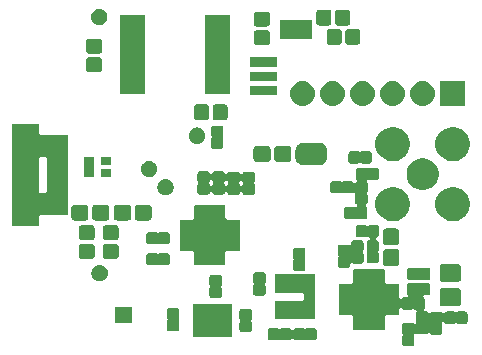
<source format=gts>
G04 #@! TF.GenerationSoftware,KiCad,Pcbnew,(5.1.0)-1*
G04 #@! TF.CreationDate,2019-06-21T15:08:08-03:00*
G04 #@! TF.ProjectId,EstacionTerrena,45737461-6369-46f6-9e54-657272656e61,rev?*
G04 #@! TF.SameCoordinates,Original*
G04 #@! TF.FileFunction,Soldermask,Top*
G04 #@! TF.FilePolarity,Negative*
%FSLAX46Y46*%
G04 Gerber Fmt 4.6, Leading zero omitted, Abs format (unit mm)*
G04 Created by KiCad (PCBNEW (5.1.0)-1) date 2019-06-21 15:08:08*
%MOMM*%
%LPD*%
G04 APERTURE LIST*
%ADD10C,0.100000*%
G04 APERTURE END LIST*
D10*
G36*
X29892266Y-22973395D02*
G01*
X29906715Y-22977778D01*
X29930749Y-22982558D01*
X29955253Y-22982558D01*
X29979285Y-22977778D01*
X29993734Y-22973395D01*
X30024141Y-22970400D01*
X30511859Y-22970400D01*
X30542266Y-22973395D01*
X30556715Y-22977778D01*
X30580749Y-22982558D01*
X30605253Y-22982558D01*
X30629285Y-22977778D01*
X30643734Y-22973395D01*
X30674141Y-22970400D01*
X31161859Y-22970400D01*
X31192266Y-22973395D01*
X31206715Y-22977778D01*
X31230749Y-22982558D01*
X31255253Y-22982558D01*
X31279285Y-22977778D01*
X31293734Y-22973395D01*
X31324141Y-22970400D01*
X31811859Y-22970400D01*
X31842268Y-22973395D01*
X31865604Y-22980474D01*
X31887111Y-22991970D01*
X31905961Y-23007439D01*
X31921430Y-23026289D01*
X31932926Y-23047796D01*
X31940005Y-23071132D01*
X31943000Y-23101541D01*
X31943000Y-24070401D01*
X31945402Y-24094787D01*
X31952515Y-24118236D01*
X31964066Y-24139847D01*
X31979611Y-24158789D01*
X31998553Y-24174334D01*
X32020164Y-24185885D01*
X32043613Y-24192998D01*
X32067999Y-24195400D01*
X33036859Y-24195400D01*
X33067268Y-24198395D01*
X33090604Y-24205474D01*
X33112111Y-24216970D01*
X33130961Y-24232439D01*
X33146430Y-24251289D01*
X33157926Y-24272796D01*
X33165005Y-24296132D01*
X33168000Y-24326541D01*
X33168000Y-24814259D01*
X33165005Y-24844666D01*
X33160622Y-24859115D01*
X33155842Y-24883149D01*
X33155842Y-24907653D01*
X33160622Y-24931685D01*
X33165005Y-24946134D01*
X33168000Y-24976541D01*
X33168000Y-25362739D01*
X33170402Y-25387125D01*
X33177515Y-25410574D01*
X33189066Y-25432185D01*
X33204611Y-25451127D01*
X33223553Y-25466672D01*
X33245164Y-25478223D01*
X33268613Y-25485336D01*
X33292999Y-25487738D01*
X33317385Y-25485336D01*
X33340834Y-25478223D01*
X33362445Y-25466672D01*
X33389624Y-25442038D01*
X33411571Y-25415295D01*
X33439520Y-25392358D01*
X33471393Y-25375322D01*
X33505986Y-25364828D01*
X33548101Y-25360680D01*
X33808296Y-25360680D01*
X33832682Y-25358278D01*
X33856131Y-25351165D01*
X33877742Y-25339614D01*
X33896684Y-25324069D01*
X33912229Y-25305127D01*
X33923780Y-25283516D01*
X33930893Y-25260067D01*
X33933295Y-25235681D01*
X33930893Y-25211295D01*
X33923780Y-25187846D01*
X33912229Y-25166235D01*
X33887597Y-25139057D01*
X33878935Y-25131948D01*
X33855998Y-25104000D01*
X33838962Y-25072127D01*
X33828468Y-25037534D01*
X33824320Y-24995419D01*
X33824320Y-24337701D01*
X33828468Y-24295586D01*
X33838962Y-24260993D01*
X33855998Y-24229120D01*
X33878934Y-24201174D01*
X33906880Y-24178238D01*
X33938753Y-24161202D01*
X33973346Y-24150708D01*
X34015461Y-24146560D01*
X34623179Y-24146560D01*
X34665294Y-24150708D01*
X34699887Y-24161202D01*
X34739447Y-24182347D01*
X34745386Y-24186316D01*
X34768023Y-24195695D01*
X34792056Y-24200478D01*
X34816560Y-24200480D01*
X34840594Y-24195702D01*
X34863234Y-24186327D01*
X34869181Y-24182354D01*
X34908753Y-24161202D01*
X34943346Y-24150708D01*
X34985461Y-24146560D01*
X35593179Y-24146560D01*
X35635294Y-24150708D01*
X35669887Y-24161202D01*
X35701760Y-24178238D01*
X35729706Y-24201174D01*
X35752642Y-24229120D01*
X35769678Y-24260993D01*
X35780172Y-24295586D01*
X35784320Y-24337701D01*
X35784320Y-24995419D01*
X35780172Y-25037534D01*
X35769678Y-25072127D01*
X35752642Y-25104000D01*
X35729706Y-25131946D01*
X35701760Y-25154882D01*
X35669887Y-25171918D01*
X35635294Y-25182412D01*
X35593179Y-25186560D01*
X35332984Y-25186560D01*
X35308598Y-25188962D01*
X35285149Y-25196075D01*
X35263538Y-25207626D01*
X35244596Y-25223171D01*
X35229051Y-25242113D01*
X35217500Y-25263724D01*
X35210387Y-25287173D01*
X35207985Y-25311559D01*
X35210387Y-25335945D01*
X35217500Y-25359394D01*
X35229051Y-25381005D01*
X35253683Y-25408183D01*
X35262345Y-25415292D01*
X35285282Y-25443240D01*
X35302318Y-25475113D01*
X35312812Y-25509706D01*
X35316960Y-25551821D01*
X35316960Y-26209539D01*
X35312812Y-26251654D01*
X35302318Y-26286247D01*
X35285280Y-26318123D01*
X35282114Y-26321981D01*
X35268500Y-26342355D01*
X35259122Y-26364993D01*
X35254341Y-26389027D01*
X35254341Y-26413531D01*
X35259121Y-26437564D01*
X35268498Y-26460203D01*
X35282111Y-26480578D01*
X35299438Y-26497905D01*
X35319812Y-26511519D01*
X35342450Y-26520897D01*
X35366484Y-26525678D01*
X35378738Y-26526280D01*
X35417659Y-26526280D01*
X35459774Y-26530428D01*
X35494367Y-26540922D01*
X35526240Y-26557958D01*
X35554186Y-26580894D01*
X35577120Y-26608838D01*
X35587380Y-26628033D01*
X35600994Y-26648408D01*
X35618321Y-26665735D01*
X35638695Y-26679349D01*
X35661334Y-26688726D01*
X35685367Y-26693507D01*
X35709871Y-26693507D01*
X35733904Y-26688727D01*
X35756543Y-26679350D01*
X35776918Y-26665736D01*
X35794244Y-26648410D01*
X35812130Y-26626616D01*
X35840080Y-26603678D01*
X35871953Y-26586642D01*
X35906546Y-26576148D01*
X35948661Y-26572000D01*
X36606379Y-26572000D01*
X36648494Y-26576148D01*
X36683087Y-26586642D01*
X36714960Y-26603678D01*
X36742906Y-26626614D01*
X36765842Y-26654560D01*
X36773339Y-26668586D01*
X36786953Y-26688961D01*
X36804280Y-26706288D01*
X36824654Y-26719901D01*
X36847293Y-26729279D01*
X36871326Y-26734059D01*
X36895830Y-26734059D01*
X36919864Y-26729278D01*
X36942502Y-26719901D01*
X36962877Y-26706287D01*
X36980204Y-26688960D01*
X36993818Y-26668585D01*
X37010680Y-26637038D01*
X37033614Y-26609094D01*
X37061560Y-26586158D01*
X37093433Y-26569122D01*
X37128026Y-26558628D01*
X37170141Y-26554480D01*
X37777859Y-26554480D01*
X37819974Y-26558628D01*
X37854567Y-26569122D01*
X37894127Y-26590267D01*
X37900066Y-26594236D01*
X37922703Y-26603615D01*
X37946736Y-26608398D01*
X37971240Y-26608400D01*
X37995274Y-26603622D01*
X38017914Y-26594247D01*
X38023861Y-26590274D01*
X38063433Y-26569122D01*
X38098026Y-26558628D01*
X38140141Y-26554480D01*
X38747859Y-26554480D01*
X38789974Y-26558628D01*
X38824567Y-26569122D01*
X38856440Y-26586158D01*
X38884386Y-26609094D01*
X38907322Y-26637040D01*
X38924358Y-26668913D01*
X38934852Y-26703506D01*
X38939000Y-26745621D01*
X38939000Y-27403339D01*
X38934852Y-27445454D01*
X38924358Y-27480047D01*
X38907322Y-27511920D01*
X38884386Y-27539866D01*
X38856440Y-27562802D01*
X38824567Y-27579838D01*
X38789974Y-27590332D01*
X38747859Y-27594480D01*
X38140141Y-27594480D01*
X38098026Y-27590332D01*
X38063433Y-27579838D01*
X38023873Y-27558693D01*
X38017934Y-27554724D01*
X37995297Y-27545345D01*
X37971264Y-27540562D01*
X37946760Y-27540560D01*
X37922726Y-27545338D01*
X37900086Y-27554713D01*
X37894139Y-27558686D01*
X37854567Y-27579838D01*
X37819974Y-27590332D01*
X37777859Y-27594480D01*
X37170141Y-27594480D01*
X37128026Y-27590332D01*
X37093433Y-27579838D01*
X37061560Y-27562802D01*
X37033614Y-27539866D01*
X37010680Y-27511922D01*
X36989820Y-27472895D01*
X36976206Y-27452521D01*
X36958880Y-27435193D01*
X36938505Y-27421579D01*
X36915867Y-27412202D01*
X36891833Y-27407421D01*
X36867329Y-27407421D01*
X36843296Y-27412201D01*
X36820657Y-27421578D01*
X36800283Y-27435192D01*
X36782955Y-27452518D01*
X36769341Y-27472893D01*
X36761731Y-27487131D01*
X36757764Y-27493066D01*
X36748385Y-27515703D01*
X36743602Y-27539736D01*
X36743600Y-27564240D01*
X36748378Y-27588274D01*
X36757753Y-27610914D01*
X36761726Y-27616861D01*
X36782878Y-27656433D01*
X36793372Y-27691026D01*
X36797520Y-27733141D01*
X36797520Y-28340859D01*
X36793372Y-28382974D01*
X36782878Y-28417567D01*
X36765842Y-28449440D01*
X36742906Y-28477386D01*
X36714960Y-28500322D01*
X36683087Y-28517358D01*
X36648494Y-28527852D01*
X36606379Y-28532000D01*
X35948661Y-28532000D01*
X35906546Y-28527852D01*
X35871953Y-28517358D01*
X35840080Y-28500322D01*
X35812134Y-28477386D01*
X35789200Y-28449442D01*
X35778940Y-28430247D01*
X35765326Y-28409872D01*
X35747999Y-28392545D01*
X35727625Y-28378931D01*
X35704986Y-28369554D01*
X35680953Y-28364773D01*
X35656449Y-28364773D01*
X35632416Y-28369553D01*
X35609777Y-28378930D01*
X35589402Y-28392544D01*
X35572076Y-28409870D01*
X35554190Y-28431664D01*
X35526240Y-28454602D01*
X35494367Y-28471638D01*
X35459774Y-28482132D01*
X35417659Y-28486280D01*
X34759941Y-28486280D01*
X34717826Y-28482132D01*
X34683233Y-28471638D01*
X34651360Y-28454602D01*
X34615916Y-28425513D01*
X34595541Y-28411899D01*
X34572903Y-28402522D01*
X34548870Y-28397741D01*
X34524365Y-28397741D01*
X34500332Y-28402521D01*
X34477693Y-28411898D01*
X34457319Y-28425511D01*
X34439991Y-28442838D01*
X34426377Y-28463213D01*
X34417000Y-28485851D01*
X34412219Y-28509884D01*
X34412219Y-28534389D01*
X34416999Y-28558422D01*
X34426376Y-28581061D01*
X34435919Y-28598915D01*
X34446412Y-28633506D01*
X34450560Y-28675621D01*
X34450560Y-29283339D01*
X34446412Y-29325454D01*
X34435918Y-29360047D01*
X34418882Y-29391920D01*
X34395946Y-29419866D01*
X34368000Y-29442802D01*
X34336127Y-29459838D01*
X34301534Y-29470332D01*
X34259419Y-29474480D01*
X33601701Y-29474480D01*
X33559586Y-29470332D01*
X33524993Y-29459838D01*
X33493120Y-29442802D01*
X33465174Y-29419866D01*
X33442238Y-29391920D01*
X33425202Y-29360047D01*
X33414708Y-29325454D01*
X33410560Y-29283339D01*
X33410560Y-28675621D01*
X33414708Y-28633506D01*
X33425202Y-28598913D01*
X33446347Y-28559353D01*
X33450316Y-28553414D01*
X33459695Y-28530777D01*
X33464478Y-28506744D01*
X33464480Y-28482240D01*
X33459702Y-28458206D01*
X33450327Y-28435566D01*
X33446354Y-28429619D01*
X33425202Y-28390047D01*
X33414708Y-28355454D01*
X33410560Y-28313339D01*
X33410560Y-27705621D01*
X33414708Y-27663506D01*
X33425202Y-27628913D01*
X33442238Y-27597040D01*
X33465174Y-27569094D01*
X33493120Y-27546158D01*
X33524993Y-27529122D01*
X33559586Y-27518628D01*
X33601701Y-27514480D01*
X34259419Y-27514480D01*
X34301534Y-27518628D01*
X34336127Y-27529122D01*
X34368000Y-27546158D01*
X34403444Y-27575247D01*
X34423819Y-27588861D01*
X34446457Y-27598238D01*
X34470490Y-27603019D01*
X34494995Y-27603019D01*
X34519028Y-27598239D01*
X34541667Y-27588862D01*
X34562041Y-27575249D01*
X34579369Y-27557922D01*
X34592983Y-27537547D01*
X34602360Y-27514909D01*
X34607141Y-27490876D01*
X34607141Y-27466371D01*
X34602361Y-27442338D01*
X34592984Y-27419699D01*
X34583441Y-27401845D01*
X34572948Y-27367254D01*
X34568800Y-27325139D01*
X34568800Y-26717421D01*
X34572948Y-26675306D01*
X34583442Y-26640713D01*
X34600480Y-26608837D01*
X34604016Y-26604528D01*
X34617630Y-26584154D01*
X34627007Y-26561515D01*
X34631788Y-26537482D01*
X34631788Y-26512978D01*
X34627008Y-26488944D01*
X34617631Y-26466305D01*
X34604017Y-26445931D01*
X34586690Y-26428604D01*
X34566316Y-26414990D01*
X34543677Y-26405613D01*
X34519644Y-26400832D01*
X34475986Y-26396532D01*
X34441393Y-26386038D01*
X34401833Y-26364893D01*
X34395894Y-26360924D01*
X34373257Y-26351545D01*
X34349224Y-26346762D01*
X34324720Y-26346760D01*
X34300686Y-26351538D01*
X34278046Y-26360913D01*
X34272099Y-26364886D01*
X34232527Y-26386038D01*
X34197934Y-26396532D01*
X34155819Y-26400680D01*
X33548101Y-26400680D01*
X33505986Y-26396532D01*
X33471393Y-26386038D01*
X33439520Y-26369002D01*
X33411571Y-26346065D01*
X33389624Y-26319322D01*
X33372297Y-26301995D01*
X33351922Y-26288381D01*
X33329284Y-26279004D01*
X33305250Y-26274224D01*
X33280746Y-26274224D01*
X33256713Y-26279005D01*
X33234074Y-26288382D01*
X33213700Y-26301996D01*
X33196373Y-26319323D01*
X33182759Y-26339698D01*
X33173382Y-26362336D01*
X33168000Y-26398621D01*
X33168000Y-26764259D01*
X33165005Y-26794668D01*
X33157926Y-26818004D01*
X33146430Y-26839511D01*
X33130961Y-26858361D01*
X33112111Y-26873830D01*
X33090604Y-26885326D01*
X33067268Y-26892405D01*
X33036859Y-26895400D01*
X32067999Y-26895400D01*
X32043613Y-26897802D01*
X32020164Y-26904915D01*
X31998553Y-26916466D01*
X31979611Y-26932011D01*
X31964066Y-26950953D01*
X31952515Y-26972564D01*
X31945402Y-26996013D01*
X31943000Y-27020399D01*
X31943000Y-27989259D01*
X31940005Y-28019668D01*
X31932926Y-28043004D01*
X31921430Y-28064511D01*
X31905961Y-28083361D01*
X31887111Y-28098830D01*
X31865604Y-28110326D01*
X31842268Y-28117405D01*
X31811859Y-28120400D01*
X31324141Y-28120400D01*
X31293734Y-28117405D01*
X31279285Y-28113022D01*
X31255251Y-28108242D01*
X31230747Y-28108242D01*
X31206715Y-28113022D01*
X31192266Y-28117405D01*
X31161859Y-28120400D01*
X30674141Y-28120400D01*
X30643734Y-28117405D01*
X30629285Y-28113022D01*
X30605251Y-28108242D01*
X30580747Y-28108242D01*
X30556715Y-28113022D01*
X30542266Y-28117405D01*
X30511859Y-28120400D01*
X30024141Y-28120400D01*
X29993734Y-28117405D01*
X29979285Y-28113022D01*
X29955251Y-28108242D01*
X29930747Y-28108242D01*
X29906715Y-28113022D01*
X29892266Y-28117405D01*
X29861859Y-28120400D01*
X29374141Y-28120400D01*
X29343732Y-28117405D01*
X29320396Y-28110326D01*
X29298889Y-28098830D01*
X29280039Y-28083361D01*
X29264570Y-28064511D01*
X29253074Y-28043004D01*
X29245995Y-28019668D01*
X29243000Y-27989259D01*
X29243000Y-27020399D01*
X29240598Y-26996013D01*
X29233485Y-26972564D01*
X29221934Y-26950953D01*
X29206389Y-26932011D01*
X29187447Y-26916466D01*
X29165836Y-26904915D01*
X29142387Y-26897802D01*
X29118001Y-26895400D01*
X28149141Y-26895400D01*
X28118732Y-26892405D01*
X28095396Y-26885326D01*
X28073889Y-26873830D01*
X28055039Y-26858361D01*
X28039570Y-26839511D01*
X28028074Y-26818004D01*
X28020995Y-26794668D01*
X28018000Y-26764259D01*
X28018000Y-26276541D01*
X28020995Y-26246134D01*
X28025378Y-26231685D01*
X28030158Y-26207651D01*
X28030158Y-26183147D01*
X28025378Y-26159115D01*
X28020995Y-26144666D01*
X28018000Y-26114259D01*
X28018000Y-25626541D01*
X28020995Y-25596134D01*
X28025378Y-25581685D01*
X28030158Y-25557651D01*
X28030158Y-25533147D01*
X28025378Y-25509115D01*
X28020995Y-25494666D01*
X28018000Y-25464259D01*
X28018000Y-24976541D01*
X28020995Y-24946134D01*
X28025378Y-24931685D01*
X28030158Y-24907651D01*
X28030158Y-24883147D01*
X28025378Y-24859115D01*
X28020995Y-24844666D01*
X28018000Y-24814259D01*
X28018000Y-24326541D01*
X28020995Y-24296132D01*
X28028074Y-24272796D01*
X28039570Y-24251289D01*
X28055039Y-24232439D01*
X28073889Y-24216970D01*
X28095396Y-24205474D01*
X28118732Y-24198395D01*
X28149141Y-24195400D01*
X29118001Y-24195400D01*
X29142387Y-24192998D01*
X29165836Y-24185885D01*
X29187447Y-24174334D01*
X29206389Y-24158789D01*
X29221934Y-24139847D01*
X29233485Y-24118236D01*
X29240598Y-24094787D01*
X29243000Y-24070401D01*
X29243000Y-23101541D01*
X29245995Y-23071132D01*
X29253074Y-23047796D01*
X29264570Y-23026289D01*
X29280039Y-23007439D01*
X29298889Y-22991970D01*
X29320396Y-22980474D01*
X29343732Y-22973395D01*
X29374141Y-22970400D01*
X29861859Y-22970400D01*
X29892266Y-22973395D01*
X29892266Y-22973395D01*
G37*
G36*
X22884774Y-27975948D02*
G01*
X22919367Y-27986442D01*
X22958927Y-28007587D01*
X22964866Y-28011556D01*
X22987503Y-28020935D01*
X23011536Y-28025718D01*
X23036040Y-28025720D01*
X23060074Y-28020942D01*
X23082714Y-28011567D01*
X23088661Y-28007594D01*
X23128233Y-27986442D01*
X23162826Y-27975948D01*
X23204941Y-27971800D01*
X23812659Y-27971800D01*
X23854774Y-27975948D01*
X23889367Y-27986442D01*
X23921240Y-28003478D01*
X23949186Y-28026414D01*
X23972119Y-28054356D01*
X23994260Y-28095780D01*
X24007874Y-28116154D01*
X24025201Y-28133481D01*
X24045575Y-28147095D01*
X24068214Y-28156472D01*
X24092247Y-28161253D01*
X24116751Y-28161253D01*
X24140785Y-28156473D01*
X24163424Y-28147096D01*
X24183798Y-28133482D01*
X24201125Y-28116155D01*
X24214740Y-28095780D01*
X24236881Y-28054356D01*
X24259814Y-28026414D01*
X24287760Y-28003478D01*
X24319633Y-27986442D01*
X24354226Y-27975948D01*
X24396341Y-27971800D01*
X25004059Y-27971800D01*
X25046174Y-27975948D01*
X25080767Y-27986442D01*
X25120327Y-28007587D01*
X25126266Y-28011556D01*
X25148903Y-28020935D01*
X25172936Y-28025718D01*
X25197440Y-28025720D01*
X25221474Y-28020942D01*
X25244114Y-28011567D01*
X25250061Y-28007594D01*
X25289633Y-27986442D01*
X25324226Y-27975948D01*
X25366341Y-27971800D01*
X25974059Y-27971800D01*
X26016174Y-27975948D01*
X26050767Y-27986442D01*
X26082640Y-28003478D01*
X26110586Y-28026414D01*
X26133522Y-28054360D01*
X26150558Y-28086233D01*
X26161052Y-28120826D01*
X26165200Y-28162941D01*
X26165200Y-28820659D01*
X26161052Y-28862774D01*
X26150558Y-28897367D01*
X26133522Y-28929240D01*
X26110586Y-28957186D01*
X26082640Y-28980122D01*
X26050767Y-28997158D01*
X26016174Y-29007652D01*
X25974059Y-29011800D01*
X25366341Y-29011800D01*
X25324226Y-29007652D01*
X25289633Y-28997158D01*
X25250073Y-28976013D01*
X25244134Y-28972044D01*
X25221497Y-28962665D01*
X25197464Y-28957882D01*
X25172960Y-28957880D01*
X25148926Y-28962658D01*
X25126286Y-28972033D01*
X25120339Y-28976006D01*
X25080767Y-28997158D01*
X25046174Y-29007652D01*
X25004059Y-29011800D01*
X24396341Y-29011800D01*
X24354226Y-29007652D01*
X24319633Y-28997158D01*
X24287760Y-28980122D01*
X24259814Y-28957186D01*
X24236881Y-28929244D01*
X24214740Y-28887820D01*
X24201126Y-28867446D01*
X24183799Y-28850119D01*
X24163425Y-28836505D01*
X24140786Y-28827128D01*
X24116753Y-28822347D01*
X24092249Y-28822347D01*
X24068215Y-28827127D01*
X24045576Y-28836504D01*
X24025202Y-28850118D01*
X24007875Y-28867445D01*
X23994260Y-28887820D01*
X23972119Y-28929244D01*
X23949186Y-28957186D01*
X23921240Y-28980122D01*
X23889367Y-28997158D01*
X23854774Y-29007652D01*
X23812659Y-29011800D01*
X23204941Y-29011800D01*
X23162826Y-29007652D01*
X23128233Y-28997158D01*
X23088673Y-28976013D01*
X23082734Y-28972044D01*
X23060097Y-28962665D01*
X23036064Y-28957882D01*
X23011560Y-28957880D01*
X22987526Y-28962658D01*
X22964886Y-28972033D01*
X22958939Y-28976006D01*
X22919367Y-28997158D01*
X22884774Y-29007652D01*
X22842659Y-29011800D01*
X22234941Y-29011800D01*
X22192826Y-29007652D01*
X22158233Y-28997158D01*
X22126360Y-28980122D01*
X22098414Y-28957186D01*
X22075478Y-28929240D01*
X22058442Y-28897367D01*
X22047948Y-28862774D01*
X22043800Y-28820659D01*
X22043800Y-28162941D01*
X22047948Y-28120826D01*
X22058442Y-28086233D01*
X22075478Y-28054360D01*
X22098414Y-28026414D01*
X22126360Y-28003478D01*
X22158233Y-27986442D01*
X22192826Y-27975948D01*
X22234941Y-27971800D01*
X22842659Y-27971800D01*
X22884774Y-27975948D01*
X22884774Y-27975948D01*
G37*
G36*
X18958800Y-28723400D02*
G01*
X15658800Y-28723400D01*
X15658800Y-25923400D01*
X18958800Y-25923400D01*
X18958800Y-28723400D01*
X18958800Y-28723400D01*
G37*
G36*
X20524574Y-26347548D02*
G01*
X20559167Y-26358042D01*
X20591040Y-26375078D01*
X20618986Y-26398014D01*
X20641922Y-26425960D01*
X20658958Y-26457833D01*
X20669452Y-26492426D01*
X20673600Y-26534541D01*
X20673600Y-27142259D01*
X20669452Y-27184374D01*
X20658958Y-27218967D01*
X20637813Y-27258527D01*
X20633844Y-27264466D01*
X20624465Y-27287103D01*
X20619682Y-27311136D01*
X20619680Y-27335640D01*
X20624458Y-27359674D01*
X20633833Y-27382314D01*
X20637806Y-27388261D01*
X20658958Y-27427833D01*
X20669452Y-27462426D01*
X20673600Y-27504541D01*
X20673600Y-28112259D01*
X20669452Y-28154374D01*
X20658958Y-28188967D01*
X20641922Y-28220840D01*
X20618986Y-28248786D01*
X20591040Y-28271722D01*
X20559167Y-28288758D01*
X20524574Y-28299252D01*
X20482459Y-28303400D01*
X19824741Y-28303400D01*
X19782626Y-28299252D01*
X19748033Y-28288758D01*
X19716160Y-28271722D01*
X19688214Y-28248786D01*
X19665278Y-28220840D01*
X19648242Y-28188967D01*
X19637748Y-28154374D01*
X19633600Y-28112259D01*
X19633600Y-27504541D01*
X19637748Y-27462426D01*
X19648242Y-27427833D01*
X19669387Y-27388273D01*
X19673356Y-27382334D01*
X19682735Y-27359697D01*
X19687518Y-27335664D01*
X19687520Y-27311160D01*
X19682742Y-27287126D01*
X19673367Y-27264486D01*
X19669394Y-27258539D01*
X19648242Y-27218967D01*
X19637748Y-27184374D01*
X19633600Y-27142259D01*
X19633600Y-26534541D01*
X19637748Y-26492426D01*
X19648242Y-26457833D01*
X19665278Y-26425960D01*
X19688214Y-26398014D01*
X19716160Y-26375078D01*
X19748033Y-26358042D01*
X19782626Y-26347548D01*
X19824741Y-26343400D01*
X20482459Y-26343400D01*
X20524574Y-26347548D01*
X20524574Y-26347548D01*
G37*
G36*
X14377774Y-26271248D02*
G01*
X14412367Y-26281742D01*
X14444240Y-26298778D01*
X14472186Y-26321714D01*
X14495122Y-26349660D01*
X14512158Y-26381533D01*
X14522652Y-26416126D01*
X14526800Y-26458241D01*
X14526800Y-27065959D01*
X14522652Y-27108074D01*
X14512158Y-27142667D01*
X14491013Y-27182227D01*
X14487044Y-27188166D01*
X14477665Y-27210803D01*
X14472882Y-27234836D01*
X14472880Y-27259340D01*
X14477658Y-27283374D01*
X14487033Y-27306014D01*
X14491006Y-27311961D01*
X14512158Y-27351533D01*
X14522652Y-27386126D01*
X14526800Y-27428241D01*
X14526800Y-28035959D01*
X14522652Y-28078074D01*
X14512158Y-28112667D01*
X14495122Y-28144540D01*
X14472186Y-28172486D01*
X14444240Y-28195422D01*
X14412367Y-28212458D01*
X14377774Y-28222952D01*
X14335659Y-28227100D01*
X13677941Y-28227100D01*
X13635826Y-28222952D01*
X13601233Y-28212458D01*
X13569360Y-28195422D01*
X13541414Y-28172486D01*
X13518478Y-28144540D01*
X13501442Y-28112667D01*
X13490948Y-28078074D01*
X13486800Y-28035959D01*
X13486800Y-27428241D01*
X13490948Y-27386126D01*
X13501442Y-27351533D01*
X13522587Y-27311973D01*
X13526556Y-27306034D01*
X13535935Y-27283397D01*
X13540718Y-27259364D01*
X13540720Y-27234860D01*
X13535942Y-27210826D01*
X13526567Y-27188186D01*
X13522594Y-27182239D01*
X13501442Y-27142667D01*
X13490948Y-27108074D01*
X13486800Y-27065959D01*
X13486800Y-26458241D01*
X13490948Y-26416126D01*
X13501442Y-26381533D01*
X13518478Y-26349660D01*
X13541414Y-26321714D01*
X13569360Y-26298778D01*
X13601233Y-26281742D01*
X13635826Y-26271248D01*
X13677941Y-26267100D01*
X14335659Y-26267100D01*
X14377774Y-26271248D01*
X14377774Y-26271248D01*
G37*
G36*
X10505640Y-27571280D02*
G01*
X9105640Y-27571280D01*
X9105640Y-26171280D01*
X10505640Y-26171280D01*
X10505640Y-27571280D01*
X10505640Y-27571280D01*
G37*
G36*
X25015730Y-23362258D02*
G01*
X25052014Y-23367640D01*
X26059840Y-23367640D01*
X26059840Y-27231640D01*
X22659840Y-27231640D01*
X22659840Y-25631640D01*
X24934841Y-25631640D01*
X24959227Y-25629238D01*
X24982676Y-25622125D01*
X25004287Y-25610574D01*
X25023229Y-25595029D01*
X25038774Y-25576087D01*
X25050325Y-25554476D01*
X25057438Y-25531027D01*
X25059840Y-25506641D01*
X25059840Y-25106639D01*
X25057438Y-25082253D01*
X25050325Y-25058804D01*
X25038774Y-25037193D01*
X25023229Y-25018251D01*
X25004287Y-25002706D01*
X24982676Y-24991155D01*
X24959227Y-24984042D01*
X24934841Y-24981640D01*
X22659840Y-24981640D01*
X22659840Y-23381640D01*
X24934841Y-23381640D01*
X24959227Y-23379238D01*
X24982676Y-23372125D01*
X25004287Y-23360574D01*
X25006761Y-23358543D01*
X25015730Y-23362258D01*
X25015730Y-23362258D01*
G37*
G36*
X38156849Y-24561590D02*
G01*
X38206698Y-24576711D01*
X38252630Y-24601262D01*
X38292894Y-24634306D01*
X38325938Y-24674570D01*
X38350489Y-24720502D01*
X38365610Y-24770351D01*
X38371320Y-24828324D01*
X38371320Y-25833436D01*
X38365610Y-25891409D01*
X38350489Y-25941258D01*
X38325938Y-25987190D01*
X38292894Y-26027454D01*
X38252630Y-26060498D01*
X38206698Y-26085049D01*
X38156849Y-26100170D01*
X38098876Y-26105880D01*
X36843764Y-26105880D01*
X36785791Y-26100170D01*
X36735942Y-26085049D01*
X36690010Y-26060498D01*
X36649746Y-26027454D01*
X36616702Y-25987190D01*
X36592151Y-25941258D01*
X36577030Y-25891409D01*
X36571320Y-25833436D01*
X36571320Y-24828324D01*
X36577030Y-24770351D01*
X36592151Y-24720502D01*
X36616702Y-24674570D01*
X36649746Y-24634306D01*
X36690010Y-24601262D01*
X36735942Y-24576711D01*
X36785791Y-24561590D01*
X36843764Y-24555880D01*
X38098876Y-24555880D01*
X38156849Y-24561590D01*
X38156849Y-24561590D01*
G37*
G36*
X17984574Y-23451948D02*
G01*
X18019167Y-23462442D01*
X18051040Y-23479478D01*
X18078986Y-23502414D01*
X18101922Y-23530360D01*
X18118958Y-23562233D01*
X18129452Y-23596826D01*
X18133600Y-23638941D01*
X18133600Y-24246659D01*
X18129452Y-24288774D01*
X18118958Y-24323367D01*
X18097813Y-24362927D01*
X18093844Y-24368866D01*
X18084465Y-24391503D01*
X18079682Y-24415536D01*
X18079680Y-24440040D01*
X18084458Y-24464074D01*
X18093833Y-24486714D01*
X18097806Y-24492661D01*
X18118958Y-24532233D01*
X18129452Y-24566826D01*
X18133600Y-24608941D01*
X18133600Y-25216659D01*
X18129452Y-25258774D01*
X18118958Y-25293367D01*
X18101922Y-25325240D01*
X18078986Y-25353186D01*
X18051040Y-25376122D01*
X18019167Y-25393158D01*
X17984574Y-25403652D01*
X17942459Y-25407800D01*
X17284741Y-25407800D01*
X17242626Y-25403652D01*
X17208033Y-25393158D01*
X17176160Y-25376122D01*
X17148214Y-25353186D01*
X17125278Y-25325240D01*
X17108242Y-25293367D01*
X17097748Y-25258774D01*
X17093600Y-25216659D01*
X17093600Y-24608941D01*
X17097748Y-24566826D01*
X17108242Y-24532233D01*
X17129387Y-24492673D01*
X17133356Y-24486734D01*
X17142735Y-24464097D01*
X17147518Y-24440064D01*
X17147520Y-24415560D01*
X17142742Y-24391526D01*
X17133367Y-24368886D01*
X17129394Y-24362939D01*
X17108242Y-24323367D01*
X17097748Y-24288774D01*
X17093600Y-24246659D01*
X17093600Y-23638941D01*
X17097748Y-23596826D01*
X17108242Y-23562233D01*
X17125278Y-23530360D01*
X17148214Y-23502414D01*
X17176160Y-23479478D01*
X17208033Y-23462442D01*
X17242626Y-23451948D01*
X17284741Y-23447800D01*
X17942459Y-23447800D01*
X17984574Y-23451948D01*
X17984574Y-23451948D01*
G37*
G36*
X21692974Y-23248748D02*
G01*
X21727567Y-23259242D01*
X21759440Y-23276278D01*
X21787386Y-23299214D01*
X21810322Y-23327160D01*
X21827358Y-23359033D01*
X21837852Y-23393626D01*
X21842000Y-23435741D01*
X21842000Y-24043459D01*
X21837852Y-24085574D01*
X21827358Y-24120167D01*
X21806213Y-24159727D01*
X21802244Y-24165666D01*
X21792865Y-24188303D01*
X21788082Y-24212336D01*
X21788080Y-24236840D01*
X21792858Y-24260874D01*
X21802233Y-24283514D01*
X21806206Y-24289461D01*
X21827358Y-24329033D01*
X21837852Y-24363626D01*
X21842000Y-24405741D01*
X21842000Y-25013459D01*
X21837852Y-25055574D01*
X21827358Y-25090167D01*
X21810322Y-25122040D01*
X21787386Y-25149986D01*
X21759440Y-25172922D01*
X21727567Y-25189958D01*
X21692974Y-25200452D01*
X21650859Y-25204600D01*
X20993141Y-25204600D01*
X20951026Y-25200452D01*
X20916433Y-25189958D01*
X20884560Y-25172922D01*
X20856614Y-25149986D01*
X20833678Y-25122040D01*
X20816642Y-25090167D01*
X20806148Y-25055574D01*
X20802000Y-25013459D01*
X20802000Y-24405741D01*
X20806148Y-24363626D01*
X20816642Y-24329033D01*
X20837787Y-24289473D01*
X20841756Y-24283534D01*
X20851135Y-24260897D01*
X20855918Y-24236864D01*
X20855920Y-24212360D01*
X20851142Y-24188326D01*
X20841767Y-24165686D01*
X20837794Y-24159739D01*
X20816642Y-24120167D01*
X20806148Y-24085574D01*
X20802000Y-24043459D01*
X20802000Y-23435741D01*
X20806148Y-23393626D01*
X20816642Y-23359033D01*
X20833678Y-23327160D01*
X20856614Y-23299214D01*
X20884560Y-23276278D01*
X20916433Y-23259242D01*
X20951026Y-23248748D01*
X20993141Y-23244600D01*
X21650859Y-23244600D01*
X21692974Y-23248748D01*
X21692974Y-23248748D01*
G37*
G36*
X38156849Y-22511590D02*
G01*
X38206698Y-22526711D01*
X38252630Y-22551262D01*
X38292894Y-22584306D01*
X38325938Y-22624570D01*
X38350489Y-22670502D01*
X38365610Y-22720351D01*
X38371320Y-22778324D01*
X38371320Y-23783436D01*
X38365610Y-23841409D01*
X38350489Y-23891258D01*
X38325938Y-23937190D01*
X38292894Y-23977454D01*
X38252630Y-24010498D01*
X38206698Y-24035049D01*
X38156849Y-24050170D01*
X38098876Y-24055880D01*
X36843764Y-24055880D01*
X36785791Y-24050170D01*
X36735942Y-24035049D01*
X36690010Y-24010498D01*
X36649746Y-23977454D01*
X36616702Y-23937190D01*
X36592151Y-23891258D01*
X36577030Y-23841409D01*
X36571320Y-23783436D01*
X36571320Y-22778324D01*
X36577030Y-22720351D01*
X36592151Y-22670502D01*
X36616702Y-22624570D01*
X36649746Y-22584306D01*
X36690010Y-22551262D01*
X36735942Y-22526711D01*
X36785791Y-22511590D01*
X36843764Y-22505880D01*
X38098876Y-22505880D01*
X38156849Y-22511590D01*
X38156849Y-22511590D01*
G37*
G36*
X7990182Y-22619900D02*
G01*
X8117573Y-22672667D01*
X8117574Y-22672668D01*
X8232224Y-22749274D01*
X8329726Y-22846776D01*
X8355825Y-22885836D01*
X8406333Y-22961427D01*
X8459100Y-23088818D01*
X8486000Y-23224055D01*
X8486000Y-23361945D01*
X8459100Y-23497182D01*
X8406333Y-23624573D01*
X8391338Y-23647015D01*
X8329726Y-23739224D01*
X8232224Y-23836726D01*
X8186556Y-23867240D01*
X8117573Y-23913333D01*
X7990182Y-23966100D01*
X7854945Y-23993000D01*
X7717055Y-23993000D01*
X7581818Y-23966100D01*
X7454427Y-23913333D01*
X7385444Y-23867240D01*
X7339776Y-23836726D01*
X7242274Y-23739224D01*
X7180662Y-23647015D01*
X7165667Y-23624573D01*
X7112900Y-23497182D01*
X7086000Y-23361945D01*
X7086000Y-23224055D01*
X7112900Y-23088818D01*
X7165667Y-22961427D01*
X7216175Y-22885836D01*
X7242274Y-22846776D01*
X7339776Y-22749274D01*
X7454426Y-22672668D01*
X7454427Y-22672667D01*
X7581818Y-22619900D01*
X7717055Y-22593000D01*
X7854945Y-22593000D01*
X7990182Y-22619900D01*
X7990182Y-22619900D01*
G37*
G36*
X34665294Y-22850228D02*
G01*
X34699887Y-22860722D01*
X34739447Y-22881867D01*
X34745386Y-22885836D01*
X34768023Y-22895215D01*
X34792056Y-22899998D01*
X34816560Y-22900000D01*
X34840594Y-22895222D01*
X34863234Y-22885847D01*
X34869181Y-22881874D01*
X34908753Y-22860722D01*
X34943346Y-22850228D01*
X34985461Y-22846080D01*
X35593179Y-22846080D01*
X35635294Y-22850228D01*
X35669887Y-22860722D01*
X35701760Y-22877758D01*
X35729706Y-22900694D01*
X35752642Y-22928640D01*
X35769678Y-22960513D01*
X35780172Y-22995106D01*
X35784320Y-23037221D01*
X35784320Y-23694939D01*
X35780172Y-23737054D01*
X35769678Y-23771647D01*
X35752642Y-23803520D01*
X35729706Y-23831466D01*
X35701760Y-23854402D01*
X35669887Y-23871438D01*
X35635294Y-23881932D01*
X35593179Y-23886080D01*
X34985461Y-23886080D01*
X34943346Y-23881932D01*
X34908753Y-23871438D01*
X34869193Y-23850293D01*
X34863254Y-23846324D01*
X34840617Y-23836945D01*
X34816584Y-23832162D01*
X34792080Y-23832160D01*
X34768046Y-23836938D01*
X34745406Y-23846313D01*
X34739459Y-23850286D01*
X34699887Y-23871438D01*
X34665294Y-23881932D01*
X34623179Y-23886080D01*
X34015461Y-23886080D01*
X33973346Y-23881932D01*
X33938753Y-23871438D01*
X33906880Y-23854402D01*
X33878934Y-23831466D01*
X33855998Y-23803520D01*
X33838962Y-23771647D01*
X33828468Y-23737054D01*
X33824320Y-23694939D01*
X33824320Y-23037221D01*
X33828468Y-22995106D01*
X33838962Y-22960513D01*
X33855998Y-22928640D01*
X33878934Y-22900694D01*
X33906880Y-22877758D01*
X33938753Y-22860722D01*
X33973346Y-22850228D01*
X34015461Y-22846080D01*
X34623179Y-22846080D01*
X34665294Y-22850228D01*
X34665294Y-22850228D01*
G37*
G36*
X25045774Y-21165948D02*
G01*
X25080367Y-21176442D01*
X25112240Y-21193478D01*
X25140186Y-21216414D01*
X25163122Y-21244360D01*
X25180158Y-21276233D01*
X25190652Y-21310826D01*
X25194800Y-21352941D01*
X25194800Y-21960659D01*
X25190652Y-22002774D01*
X25180158Y-22037367D01*
X25159013Y-22076927D01*
X25155044Y-22082866D01*
X25145665Y-22105503D01*
X25140882Y-22129536D01*
X25140880Y-22154040D01*
X25145658Y-22178074D01*
X25155033Y-22200714D01*
X25159006Y-22206661D01*
X25180158Y-22246233D01*
X25190652Y-22280826D01*
X25194800Y-22322941D01*
X25194800Y-22930659D01*
X25190652Y-22972774D01*
X25180158Y-23007367D01*
X25163122Y-23039240D01*
X25140186Y-23067186D01*
X25112240Y-23090122D01*
X25080367Y-23107158D01*
X25045774Y-23117652D01*
X25039761Y-23118244D01*
X25015728Y-23123025D01*
X24993089Y-23132402D01*
X24989365Y-23134890D01*
X24982676Y-23131315D01*
X24959227Y-23124202D01*
X24934841Y-23121800D01*
X24345941Y-23121800D01*
X24303826Y-23117652D01*
X24269233Y-23107158D01*
X24237360Y-23090122D01*
X24209414Y-23067186D01*
X24186478Y-23039240D01*
X24169442Y-23007367D01*
X24158948Y-22972774D01*
X24154800Y-22930659D01*
X24154800Y-22322941D01*
X24158948Y-22280826D01*
X24169442Y-22246233D01*
X24190587Y-22206673D01*
X24194556Y-22200734D01*
X24203935Y-22178097D01*
X24208718Y-22154064D01*
X24208720Y-22129560D01*
X24203942Y-22105526D01*
X24194567Y-22082886D01*
X24190594Y-22076939D01*
X24169442Y-22037367D01*
X24158948Y-22002774D01*
X24154800Y-21960659D01*
X24154800Y-21352941D01*
X24158948Y-21310826D01*
X24169442Y-21276233D01*
X24186478Y-21244360D01*
X24209414Y-21216414D01*
X24237360Y-21193478D01*
X24269233Y-21176442D01*
X24303826Y-21165948D01*
X24345941Y-21161800D01*
X25003659Y-21161800D01*
X25045774Y-21165948D01*
X25045774Y-21165948D01*
G37*
G36*
X29988614Y-20543788D02*
G01*
X30023207Y-20554282D01*
X30055080Y-20571318D01*
X30083026Y-20594254D01*
X30105962Y-20622200D01*
X30122998Y-20654073D01*
X30133492Y-20688666D01*
X30137640Y-20730781D01*
X30137640Y-21338499D01*
X30133492Y-21380614D01*
X30122998Y-21415207D01*
X30101853Y-21454767D01*
X30097884Y-21460706D01*
X30088505Y-21483343D01*
X30083722Y-21507376D01*
X30083720Y-21531880D01*
X30088498Y-21555914D01*
X30097873Y-21578554D01*
X30101846Y-21584501D01*
X30122998Y-21624073D01*
X30133492Y-21658666D01*
X30137640Y-21700781D01*
X30137640Y-22308499D01*
X30133492Y-22350614D01*
X30122998Y-22385207D01*
X30105962Y-22417080D01*
X30083026Y-22445026D01*
X30055080Y-22467962D01*
X30023207Y-22484998D01*
X29988614Y-22495492D01*
X29946499Y-22499640D01*
X29288781Y-22499640D01*
X29246666Y-22495492D01*
X29212073Y-22484998D01*
X29198883Y-22477948D01*
X29176244Y-22468570D01*
X29152211Y-22463790D01*
X29127707Y-22463790D01*
X29103674Y-22468570D01*
X29081035Y-22477948D01*
X29060660Y-22491561D01*
X29043333Y-22508888D01*
X29029720Y-22529263D01*
X29020342Y-22551902D01*
X29015562Y-22575935D01*
X29014960Y-22588187D01*
X29014960Y-22656339D01*
X29010812Y-22698454D01*
X29000318Y-22733047D01*
X28983282Y-22764920D01*
X28960346Y-22792866D01*
X28932400Y-22815802D01*
X28900527Y-22832838D01*
X28865934Y-22843332D01*
X28823819Y-22847480D01*
X28166101Y-22847480D01*
X28123986Y-22843332D01*
X28089393Y-22832838D01*
X28057520Y-22815802D01*
X28029574Y-22792866D01*
X28006638Y-22764920D01*
X27989602Y-22733047D01*
X27979108Y-22698454D01*
X27974960Y-22656339D01*
X27974960Y-22048621D01*
X27979108Y-22006506D01*
X27989602Y-21971913D01*
X28010747Y-21932353D01*
X28014716Y-21926414D01*
X28024095Y-21903777D01*
X28028878Y-21879744D01*
X28028880Y-21855240D01*
X28024102Y-21831206D01*
X28014727Y-21808566D01*
X28010754Y-21802619D01*
X27989602Y-21763047D01*
X27979108Y-21728454D01*
X27974960Y-21686339D01*
X27974960Y-21078621D01*
X27979108Y-21036506D01*
X27989602Y-21001913D01*
X28006638Y-20970040D01*
X28029574Y-20942094D01*
X28057520Y-20919158D01*
X28089393Y-20902122D01*
X28123986Y-20891628D01*
X28166101Y-20887480D01*
X28823819Y-20887480D01*
X28865934Y-20891628D01*
X28900527Y-20902122D01*
X28913717Y-20909172D01*
X28936356Y-20918550D01*
X28960389Y-20923330D01*
X28984893Y-20923330D01*
X29008926Y-20918550D01*
X29031565Y-20909172D01*
X29051940Y-20895559D01*
X29069267Y-20878232D01*
X29082880Y-20857857D01*
X29092258Y-20835218D01*
X29097038Y-20811185D01*
X29097640Y-20798933D01*
X29097640Y-20730781D01*
X29101788Y-20688666D01*
X29112282Y-20654073D01*
X29129318Y-20622200D01*
X29152254Y-20594254D01*
X29180200Y-20571318D01*
X29212073Y-20554282D01*
X29246666Y-20543788D01*
X29288781Y-20539640D01*
X29946499Y-20539640D01*
X29988614Y-20543788D01*
X29988614Y-20543788D01*
G37*
G36*
X32926130Y-21267677D02*
G01*
X32977610Y-21283293D01*
X33025045Y-21308648D01*
X33066627Y-21342773D01*
X33100752Y-21384355D01*
X33126107Y-21431790D01*
X33141723Y-21483270D01*
X33147600Y-21542940D01*
X33147600Y-22430660D01*
X33141723Y-22490330D01*
X33126107Y-22541810D01*
X33100752Y-22589245D01*
X33066627Y-22630827D01*
X33025045Y-22664952D01*
X32977610Y-22690307D01*
X32926130Y-22705923D01*
X32866460Y-22711800D01*
X32078740Y-22711800D01*
X32019070Y-22705923D01*
X31967590Y-22690307D01*
X31920155Y-22664952D01*
X31878573Y-22630827D01*
X31844448Y-22589245D01*
X31819093Y-22541810D01*
X31803477Y-22490330D01*
X31797600Y-22430660D01*
X31797600Y-21542940D01*
X31803477Y-21483270D01*
X31819093Y-21431790D01*
X31844448Y-21384355D01*
X31878573Y-21342773D01*
X31920155Y-21308648D01*
X31967590Y-21283293D01*
X32019070Y-21267677D01*
X32078740Y-21261800D01*
X32866460Y-21261800D01*
X32926130Y-21267677D01*
X32926130Y-21267677D01*
G37*
G36*
X12597774Y-21625948D02*
G01*
X12632367Y-21636442D01*
X12671927Y-21657587D01*
X12677866Y-21661556D01*
X12700503Y-21670935D01*
X12724536Y-21675718D01*
X12749040Y-21675720D01*
X12773074Y-21670942D01*
X12795714Y-21661567D01*
X12801661Y-21657594D01*
X12841233Y-21636442D01*
X12875826Y-21625948D01*
X12917941Y-21621800D01*
X13525659Y-21621800D01*
X13567774Y-21625948D01*
X13602367Y-21636442D01*
X13634240Y-21653478D01*
X13662186Y-21676414D01*
X13685122Y-21704360D01*
X13702158Y-21736233D01*
X13712652Y-21770826D01*
X13716800Y-21812941D01*
X13716800Y-22470659D01*
X13712652Y-22512774D01*
X13702158Y-22547367D01*
X13685122Y-22579240D01*
X13662186Y-22607186D01*
X13634240Y-22630122D01*
X13602367Y-22647158D01*
X13567774Y-22657652D01*
X13525659Y-22661800D01*
X12917941Y-22661800D01*
X12875826Y-22657652D01*
X12841233Y-22647158D01*
X12801673Y-22626013D01*
X12795734Y-22622044D01*
X12773097Y-22612665D01*
X12749064Y-22607882D01*
X12724560Y-22607880D01*
X12700526Y-22612658D01*
X12677886Y-22622033D01*
X12671939Y-22626006D01*
X12632367Y-22647158D01*
X12597774Y-22657652D01*
X12555659Y-22661800D01*
X11947941Y-22661800D01*
X11905826Y-22657652D01*
X11871233Y-22647158D01*
X11839360Y-22630122D01*
X11811414Y-22607186D01*
X11788478Y-22579240D01*
X11771442Y-22547367D01*
X11760948Y-22512774D01*
X11756800Y-22470659D01*
X11756800Y-21812941D01*
X11760948Y-21770826D01*
X11771442Y-21736233D01*
X11788478Y-21704360D01*
X11811414Y-21676414D01*
X11839360Y-21653478D01*
X11871233Y-21636442D01*
X11905826Y-21625948D01*
X11947941Y-21621800D01*
X12555659Y-21621800D01*
X12597774Y-21625948D01*
X12597774Y-21625948D01*
G37*
G36*
X16343349Y-17561660D02*
G01*
X16367851Y-17561660D01*
X16386738Y-17559800D01*
X16824462Y-17559800D01*
X16843349Y-17561660D01*
X16867851Y-17561660D01*
X16886738Y-17559800D01*
X17324462Y-17559800D01*
X17343349Y-17561660D01*
X17367851Y-17561660D01*
X17386738Y-17559800D01*
X17824462Y-17559800D01*
X17843349Y-17561660D01*
X17867851Y-17561660D01*
X17886738Y-17559800D01*
X18324462Y-17559800D01*
X18349992Y-17562314D01*
X18368635Y-17567970D01*
X18385822Y-17577157D01*
X18400883Y-17589517D01*
X18413243Y-17604578D01*
X18422430Y-17621765D01*
X18428086Y-17640408D01*
X18430600Y-17665938D01*
X18430600Y-18600194D01*
X18433002Y-18624580D01*
X18440115Y-18648029D01*
X18451666Y-18669640D01*
X18467211Y-18688582D01*
X18476301Y-18696820D01*
X18499523Y-18715877D01*
X18518580Y-18739099D01*
X18535907Y-18756426D01*
X18556281Y-18770040D01*
X18578920Y-18779417D01*
X18602953Y-18784198D01*
X18615206Y-18784800D01*
X19549462Y-18784800D01*
X19574992Y-18787314D01*
X19593635Y-18792970D01*
X19610822Y-18802157D01*
X19625883Y-18814517D01*
X19638243Y-18829578D01*
X19647430Y-18846765D01*
X19653086Y-18865408D01*
X19655600Y-18890938D01*
X19655600Y-19328662D01*
X19653740Y-19347549D01*
X19653740Y-19372051D01*
X19655600Y-19390938D01*
X19655600Y-19828662D01*
X19653740Y-19847549D01*
X19653740Y-19872051D01*
X19655600Y-19890938D01*
X19655600Y-20328662D01*
X19653740Y-20347549D01*
X19653740Y-20372051D01*
X19655600Y-20390938D01*
X19655600Y-20828662D01*
X19653740Y-20847549D01*
X19653740Y-20872051D01*
X19655600Y-20890938D01*
X19655600Y-21328662D01*
X19653086Y-21354192D01*
X19647430Y-21372835D01*
X19638243Y-21390022D01*
X19625883Y-21405083D01*
X19610822Y-21417443D01*
X19593635Y-21426630D01*
X19574992Y-21432286D01*
X19549462Y-21434800D01*
X18615206Y-21434800D01*
X18590820Y-21437202D01*
X18567371Y-21444315D01*
X18545760Y-21455866D01*
X18526818Y-21471411D01*
X18518580Y-21480501D01*
X18499523Y-21503723D01*
X18476301Y-21522780D01*
X18458974Y-21540107D01*
X18445360Y-21560481D01*
X18435983Y-21583120D01*
X18431202Y-21607153D01*
X18430600Y-21619406D01*
X18430600Y-22553662D01*
X18428086Y-22579192D01*
X18422430Y-22597835D01*
X18413243Y-22615022D01*
X18400883Y-22630083D01*
X18385822Y-22642443D01*
X18368635Y-22651630D01*
X18349992Y-22657286D01*
X18324462Y-22659800D01*
X17886738Y-22659800D01*
X17867851Y-22657940D01*
X17843349Y-22657940D01*
X17824462Y-22659800D01*
X17386738Y-22659800D01*
X17367851Y-22657940D01*
X17343349Y-22657940D01*
X17324462Y-22659800D01*
X16886738Y-22659800D01*
X16867851Y-22657940D01*
X16843349Y-22657940D01*
X16824462Y-22659800D01*
X16386738Y-22659800D01*
X16367851Y-22657940D01*
X16343349Y-22657940D01*
X16324462Y-22659800D01*
X15886738Y-22659800D01*
X15861208Y-22657286D01*
X15842565Y-22651630D01*
X15825378Y-22642443D01*
X15810317Y-22630083D01*
X15797957Y-22615022D01*
X15788770Y-22597835D01*
X15783114Y-22579192D01*
X15780600Y-22553662D01*
X15780600Y-21619406D01*
X15778198Y-21595020D01*
X15771085Y-21571571D01*
X15759534Y-21549960D01*
X15743989Y-21531018D01*
X15734899Y-21522780D01*
X15711677Y-21503723D01*
X15692620Y-21480501D01*
X15675293Y-21463174D01*
X15654919Y-21449560D01*
X15632280Y-21440183D01*
X15608247Y-21435402D01*
X15595994Y-21434800D01*
X14661738Y-21434800D01*
X14636208Y-21432286D01*
X14617565Y-21426630D01*
X14600378Y-21417443D01*
X14585317Y-21405083D01*
X14572957Y-21390022D01*
X14563770Y-21372835D01*
X14558114Y-21354192D01*
X14555600Y-21328662D01*
X14555600Y-20890938D01*
X14557460Y-20872051D01*
X14557460Y-20847549D01*
X14555600Y-20828662D01*
X14555600Y-20390938D01*
X14557460Y-20372051D01*
X14557460Y-20347549D01*
X14555600Y-20328662D01*
X14555600Y-19890938D01*
X14557460Y-19872051D01*
X14557460Y-19847549D01*
X14555600Y-19828662D01*
X14555600Y-19390938D01*
X14557460Y-19372051D01*
X14557460Y-19347549D01*
X14555600Y-19328662D01*
X14555600Y-18890938D01*
X14558114Y-18865408D01*
X14563770Y-18846765D01*
X14572957Y-18829578D01*
X14585317Y-18814517D01*
X14600378Y-18802157D01*
X14617565Y-18792970D01*
X14636208Y-18787314D01*
X14661738Y-18784800D01*
X15595994Y-18784800D01*
X15620380Y-18782398D01*
X15643829Y-18775285D01*
X15665440Y-18763734D01*
X15684382Y-18748189D01*
X15692620Y-18739099D01*
X15711677Y-18715877D01*
X15734899Y-18696820D01*
X15752226Y-18679493D01*
X15765840Y-18659119D01*
X15775217Y-18636480D01*
X15779998Y-18612447D01*
X15780600Y-18600194D01*
X15780600Y-17665938D01*
X15783114Y-17640408D01*
X15788770Y-17621765D01*
X15797957Y-17604578D01*
X15810317Y-17589517D01*
X15825378Y-17577157D01*
X15842565Y-17567970D01*
X15861208Y-17562314D01*
X15886738Y-17559800D01*
X16324462Y-17559800D01*
X16343349Y-17561660D01*
X16343349Y-17561660D01*
G37*
G36*
X30314414Y-19248508D02*
G01*
X30349007Y-19259002D01*
X30388567Y-19280147D01*
X30394506Y-19284116D01*
X30417143Y-19293495D01*
X30441176Y-19298278D01*
X30465680Y-19298280D01*
X30489714Y-19293502D01*
X30512354Y-19284127D01*
X30518301Y-19280154D01*
X30557873Y-19259002D01*
X30592466Y-19248508D01*
X30634581Y-19244360D01*
X31242299Y-19244360D01*
X31284414Y-19248508D01*
X31319007Y-19259002D01*
X31350880Y-19276038D01*
X31378826Y-19298974D01*
X31401762Y-19326920D01*
X31418798Y-19358793D01*
X31429292Y-19393386D01*
X31433440Y-19435501D01*
X31433440Y-20093219D01*
X31429292Y-20135334D01*
X31418798Y-20169927D01*
X31401762Y-20201800D01*
X31378826Y-20229746D01*
X31350880Y-20252682D01*
X31319007Y-20269718D01*
X31284414Y-20280212D01*
X31260748Y-20282543D01*
X31236715Y-20287324D01*
X31214076Y-20296702D01*
X31193702Y-20310316D01*
X31176375Y-20327643D01*
X31162762Y-20348018D01*
X31153385Y-20370657D01*
X31148605Y-20394690D01*
X31148605Y-20419194D01*
X31153386Y-20443227D01*
X31162764Y-20465866D01*
X31176378Y-20486240D01*
X31193705Y-20503567D01*
X31214080Y-20517180D01*
X31236719Y-20526557D01*
X31260750Y-20531337D01*
X31284014Y-20533628D01*
X31318607Y-20544122D01*
X31350480Y-20561158D01*
X31378426Y-20584094D01*
X31401362Y-20612040D01*
X31418398Y-20643913D01*
X31428892Y-20678506D01*
X31433040Y-20720621D01*
X31433040Y-21328339D01*
X31428892Y-21370454D01*
X31418398Y-21405047D01*
X31397253Y-21444607D01*
X31393284Y-21450546D01*
X31383905Y-21473183D01*
X31379122Y-21497216D01*
X31379120Y-21521720D01*
X31383898Y-21545754D01*
X31393273Y-21568394D01*
X31397246Y-21574341D01*
X31418398Y-21613913D01*
X31428892Y-21648506D01*
X31433040Y-21690621D01*
X31433040Y-22298339D01*
X31428892Y-22340454D01*
X31418398Y-22375047D01*
X31401362Y-22406920D01*
X31378426Y-22434866D01*
X31350480Y-22457802D01*
X31318607Y-22474838D01*
X31284014Y-22485332D01*
X31241899Y-22489480D01*
X30584181Y-22489480D01*
X30542066Y-22485332D01*
X30507473Y-22474838D01*
X30475600Y-22457802D01*
X30447654Y-22434866D01*
X30424718Y-22406920D01*
X30407682Y-22375047D01*
X30397188Y-22340454D01*
X30393040Y-22298339D01*
X30393040Y-21690621D01*
X30397188Y-21648506D01*
X30407682Y-21613913D01*
X30428827Y-21574353D01*
X30432796Y-21568414D01*
X30442175Y-21545777D01*
X30446958Y-21521744D01*
X30446960Y-21497240D01*
X30442182Y-21473206D01*
X30432807Y-21450566D01*
X30428834Y-21444619D01*
X30407682Y-21405047D01*
X30397188Y-21370454D01*
X30393040Y-21328339D01*
X30393040Y-20720621D01*
X30397188Y-20678506D01*
X30407682Y-20643913D01*
X30424718Y-20612040D01*
X30447654Y-20584094D01*
X30475600Y-20561158D01*
X30507473Y-20544122D01*
X30542066Y-20533628D01*
X30590293Y-20528878D01*
X30590242Y-20528364D01*
X30603302Y-20527078D01*
X30626751Y-20519965D01*
X30648362Y-20508414D01*
X30667304Y-20492869D01*
X30682849Y-20473927D01*
X30694400Y-20452316D01*
X30701513Y-20428867D01*
X30703915Y-20404481D01*
X30701513Y-20380095D01*
X30694400Y-20356646D01*
X30682849Y-20335035D01*
X30667304Y-20316093D01*
X30648362Y-20300548D01*
X30626751Y-20288997D01*
X30596198Y-20281344D01*
X30557873Y-20269718D01*
X30518313Y-20248573D01*
X30512374Y-20244604D01*
X30489737Y-20235225D01*
X30465704Y-20230442D01*
X30441200Y-20230440D01*
X30417166Y-20235218D01*
X30394526Y-20244593D01*
X30388579Y-20248566D01*
X30349007Y-20269718D01*
X30314414Y-20280212D01*
X30272299Y-20284360D01*
X29664581Y-20284360D01*
X29622466Y-20280212D01*
X29587873Y-20269718D01*
X29556000Y-20252682D01*
X29528054Y-20229746D01*
X29505118Y-20201800D01*
X29488082Y-20169927D01*
X29477588Y-20135334D01*
X29473440Y-20093219D01*
X29473440Y-19435501D01*
X29477588Y-19393386D01*
X29488082Y-19358793D01*
X29505118Y-19326920D01*
X29528054Y-19298974D01*
X29556000Y-19276038D01*
X29587873Y-19259002D01*
X29622466Y-19248508D01*
X29664581Y-19244360D01*
X30272299Y-19244360D01*
X30314414Y-19248508D01*
X30314414Y-19248508D01*
G37*
G36*
X9192222Y-20824117D02*
G01*
X9240185Y-20838666D01*
X9284378Y-20862288D01*
X9323119Y-20894081D01*
X9354912Y-20932822D01*
X9378534Y-20977015D01*
X9393083Y-21024978D01*
X9398600Y-21080991D01*
X9398600Y-21831206D01*
X9393083Y-21887222D01*
X9378534Y-21935185D01*
X9354912Y-21979378D01*
X9323119Y-22018119D01*
X9284378Y-22049912D01*
X9240185Y-22073534D01*
X9192222Y-22088083D01*
X9136209Y-22093600D01*
X8310991Y-22093600D01*
X8254978Y-22088083D01*
X8207015Y-22073534D01*
X8162822Y-22049912D01*
X8124081Y-22018119D01*
X8092288Y-21979378D01*
X8068666Y-21935185D01*
X8054117Y-21887222D01*
X8048600Y-21831206D01*
X8048600Y-21080991D01*
X8054117Y-21024978D01*
X8068666Y-20977015D01*
X8092288Y-20932822D01*
X8124081Y-20894081D01*
X8162822Y-20862288D01*
X8207015Y-20838666D01*
X8254978Y-20824117D01*
X8310991Y-20818600D01*
X9136209Y-20818600D01*
X9192222Y-20824117D01*
X9192222Y-20824117D01*
G37*
G36*
X7160222Y-20824117D02*
G01*
X7208185Y-20838666D01*
X7252378Y-20862288D01*
X7291119Y-20894081D01*
X7322912Y-20932822D01*
X7346534Y-20977015D01*
X7361083Y-21024978D01*
X7366600Y-21080991D01*
X7366600Y-21831206D01*
X7361083Y-21887222D01*
X7346534Y-21935185D01*
X7322912Y-21979378D01*
X7291119Y-22018119D01*
X7252378Y-22049912D01*
X7208185Y-22073534D01*
X7160222Y-22088083D01*
X7104209Y-22093600D01*
X6278991Y-22093600D01*
X6222978Y-22088083D01*
X6175015Y-22073534D01*
X6130822Y-22049912D01*
X6092081Y-22018119D01*
X6060288Y-21979378D01*
X6036666Y-21935185D01*
X6022117Y-21887222D01*
X6016600Y-21831206D01*
X6016600Y-21080991D01*
X6022117Y-21024978D01*
X6036666Y-20977015D01*
X6060288Y-20932822D01*
X6092081Y-20894081D01*
X6130822Y-20862288D01*
X6175015Y-20838666D01*
X6222978Y-20824117D01*
X6278991Y-20818600D01*
X7104209Y-20818600D01*
X7160222Y-20824117D01*
X7160222Y-20824117D01*
G37*
G36*
X32926130Y-19517677D02*
G01*
X32977610Y-19533293D01*
X33025045Y-19558648D01*
X33066627Y-19592773D01*
X33100752Y-19634355D01*
X33126107Y-19681790D01*
X33141723Y-19733270D01*
X33147600Y-19792940D01*
X33147600Y-20680660D01*
X33141723Y-20740330D01*
X33126107Y-20791810D01*
X33100752Y-20839245D01*
X33066627Y-20880827D01*
X33025045Y-20914952D01*
X32977610Y-20940307D01*
X32926130Y-20955923D01*
X32866460Y-20961800D01*
X32078740Y-20961800D01*
X32019070Y-20955923D01*
X31967590Y-20940307D01*
X31920155Y-20914952D01*
X31878573Y-20880827D01*
X31844448Y-20839245D01*
X31819093Y-20791810D01*
X31803477Y-20740330D01*
X31797600Y-20680660D01*
X31797600Y-19792940D01*
X31803477Y-19733270D01*
X31819093Y-19681790D01*
X31844448Y-19634355D01*
X31878573Y-19592773D01*
X31920155Y-19558648D01*
X31967590Y-19533293D01*
X32019070Y-19517677D01*
X32078740Y-19511800D01*
X32866460Y-19511800D01*
X32926130Y-19517677D01*
X32926130Y-19517677D01*
G37*
G36*
X12597774Y-19847948D02*
G01*
X12632367Y-19858442D01*
X12671927Y-19879587D01*
X12677866Y-19883556D01*
X12700503Y-19892935D01*
X12724536Y-19897718D01*
X12749040Y-19897720D01*
X12773074Y-19892942D01*
X12795714Y-19883567D01*
X12801661Y-19879594D01*
X12841233Y-19858442D01*
X12875826Y-19847948D01*
X12917941Y-19843800D01*
X13525659Y-19843800D01*
X13567774Y-19847948D01*
X13602367Y-19858442D01*
X13634240Y-19875478D01*
X13662186Y-19898414D01*
X13685122Y-19926360D01*
X13702158Y-19958233D01*
X13712652Y-19992826D01*
X13716800Y-20034941D01*
X13716800Y-20692659D01*
X13712652Y-20734774D01*
X13702158Y-20769367D01*
X13685122Y-20801240D01*
X13662186Y-20829186D01*
X13634240Y-20852122D01*
X13602367Y-20869158D01*
X13567774Y-20879652D01*
X13525659Y-20883800D01*
X12917941Y-20883800D01*
X12875826Y-20879652D01*
X12841233Y-20869158D01*
X12801673Y-20848013D01*
X12795734Y-20844044D01*
X12773097Y-20834665D01*
X12749064Y-20829882D01*
X12724560Y-20829880D01*
X12700526Y-20834658D01*
X12677886Y-20844033D01*
X12671939Y-20848006D01*
X12632367Y-20869158D01*
X12597774Y-20879652D01*
X12555659Y-20883800D01*
X11947941Y-20883800D01*
X11905826Y-20879652D01*
X11871233Y-20869158D01*
X11839360Y-20852122D01*
X11811414Y-20829186D01*
X11788478Y-20801240D01*
X11771442Y-20769367D01*
X11760948Y-20734774D01*
X11756800Y-20692659D01*
X11756800Y-20034941D01*
X11760948Y-19992826D01*
X11771442Y-19958233D01*
X11788478Y-19926360D01*
X11811414Y-19898414D01*
X11839360Y-19875478D01*
X11871233Y-19858442D01*
X11905826Y-19847948D01*
X11947941Y-19843800D01*
X12555659Y-19843800D01*
X12597774Y-19847948D01*
X12597774Y-19847948D01*
G37*
G36*
X9192222Y-19249117D02*
G01*
X9240185Y-19263666D01*
X9284378Y-19287288D01*
X9323119Y-19319081D01*
X9354912Y-19357822D01*
X9378534Y-19402015D01*
X9393083Y-19449978D01*
X9398600Y-19505991D01*
X9398600Y-20256209D01*
X9393083Y-20312222D01*
X9378534Y-20360185D01*
X9354912Y-20404378D01*
X9323119Y-20443119D01*
X9284378Y-20474912D01*
X9240185Y-20498534D01*
X9192222Y-20513083D01*
X9136209Y-20518600D01*
X8310991Y-20518600D01*
X8254978Y-20513083D01*
X8207015Y-20498534D01*
X8162822Y-20474912D01*
X8124081Y-20443119D01*
X8092288Y-20404378D01*
X8068666Y-20360185D01*
X8054117Y-20312222D01*
X8048600Y-20256209D01*
X8048600Y-19505991D01*
X8054117Y-19449978D01*
X8068666Y-19402015D01*
X8092288Y-19357822D01*
X8124081Y-19319081D01*
X8162822Y-19287288D01*
X8207015Y-19263666D01*
X8254978Y-19249117D01*
X8310991Y-19243600D01*
X9136209Y-19243600D01*
X9192222Y-19249117D01*
X9192222Y-19249117D01*
G37*
G36*
X7160222Y-19249117D02*
G01*
X7208185Y-19263666D01*
X7252378Y-19287288D01*
X7291119Y-19319081D01*
X7322912Y-19357822D01*
X7346534Y-19402015D01*
X7361083Y-19449978D01*
X7366600Y-19505991D01*
X7366600Y-20256209D01*
X7361083Y-20312222D01*
X7346534Y-20360185D01*
X7322912Y-20404378D01*
X7291119Y-20443119D01*
X7252378Y-20474912D01*
X7208185Y-20498534D01*
X7160222Y-20513083D01*
X7104209Y-20518600D01*
X6278991Y-20518600D01*
X6222978Y-20513083D01*
X6175015Y-20498534D01*
X6130822Y-20474912D01*
X6092081Y-20443119D01*
X6060288Y-20404378D01*
X6036666Y-20360185D01*
X6022117Y-20312222D01*
X6016600Y-20256209D01*
X6016600Y-19505991D01*
X6022117Y-19449978D01*
X6036666Y-19402015D01*
X6060288Y-19357822D01*
X6092081Y-19319081D01*
X6130822Y-19287288D01*
X6175015Y-19263666D01*
X6222978Y-19249117D01*
X6278991Y-19243600D01*
X7104209Y-19243600D01*
X7160222Y-19249117D01*
X7160222Y-19249117D01*
G37*
G36*
X2679200Y-11479401D02*
G01*
X2681602Y-11503787D01*
X2688715Y-11527236D01*
X2700266Y-11548847D01*
X2715811Y-11567789D01*
X2734753Y-11583334D01*
X2756364Y-11594885D01*
X2779813Y-11601998D01*
X2804199Y-11604400D01*
X5079200Y-11604400D01*
X5079200Y-18404400D01*
X2804199Y-18404400D01*
X2779813Y-18406802D01*
X2756364Y-18413915D01*
X2734753Y-18425466D01*
X2715811Y-18441011D01*
X2700266Y-18459953D01*
X2688715Y-18481564D01*
X2681602Y-18505013D01*
X2679200Y-18529399D01*
X2679200Y-19301900D01*
X379200Y-19301900D01*
X379200Y-13604399D01*
X2679200Y-13604399D01*
X2679200Y-16404401D01*
X2681602Y-16428787D01*
X2688715Y-16452236D01*
X2700266Y-16473847D01*
X2715811Y-16492789D01*
X2734753Y-16508334D01*
X2756364Y-16519885D01*
X2779813Y-16526998D01*
X2804199Y-16529400D01*
X3174201Y-16529400D01*
X3198587Y-16526998D01*
X3222036Y-16519885D01*
X3243647Y-16508334D01*
X3262589Y-16492789D01*
X3278134Y-16473847D01*
X3289685Y-16452236D01*
X3296798Y-16428787D01*
X3299200Y-16404401D01*
X3299200Y-13604399D01*
X3296798Y-13580013D01*
X3289685Y-13556564D01*
X3278134Y-13534953D01*
X3262589Y-13516011D01*
X3243647Y-13500466D01*
X3222036Y-13488915D01*
X3198587Y-13481802D01*
X3174201Y-13479400D01*
X2804199Y-13479400D01*
X2779813Y-13481802D01*
X2756364Y-13488915D01*
X2734753Y-13500466D01*
X2715811Y-13516011D01*
X2700266Y-13534953D01*
X2688715Y-13556564D01*
X2681602Y-13580013D01*
X2679200Y-13604399D01*
X379200Y-13604399D01*
X379200Y-10706900D01*
X2679200Y-10706900D01*
X2679200Y-11479401D01*
X2679200Y-11479401D01*
G37*
G36*
X33022548Y-16073922D02*
G01*
X33286431Y-16183226D01*
X33286433Y-16183227D01*
X33523921Y-16341911D01*
X33725889Y-16543879D01*
X33874238Y-16765900D01*
X33884574Y-16781369D01*
X33993878Y-17045252D01*
X34049600Y-17325386D01*
X34049600Y-17611014D01*
X33993878Y-17891148D01*
X33974728Y-17937380D01*
X33884573Y-18155033D01*
X33725889Y-18392521D01*
X33523921Y-18594489D01*
X33286433Y-18753173D01*
X33286432Y-18753174D01*
X33286431Y-18753174D01*
X33022548Y-18862478D01*
X32742414Y-18918200D01*
X32456786Y-18918200D01*
X32176652Y-18862478D01*
X31912769Y-18753174D01*
X31912768Y-18753174D01*
X31912767Y-18753173D01*
X31675279Y-18594489D01*
X31473311Y-18392521D01*
X31314627Y-18155033D01*
X31224472Y-17937380D01*
X31205322Y-17891148D01*
X31149600Y-17611014D01*
X31149600Y-17325386D01*
X31205322Y-17045252D01*
X31314626Y-16781369D01*
X31324962Y-16765900D01*
X31473311Y-16543879D01*
X31675279Y-16341911D01*
X31912767Y-16183227D01*
X31912769Y-16183226D01*
X32176652Y-16073922D01*
X32456786Y-16018200D01*
X32742414Y-16018200D01*
X33022548Y-16073922D01*
X33022548Y-16073922D01*
G37*
G36*
X38102548Y-16073922D02*
G01*
X38366431Y-16183226D01*
X38366433Y-16183227D01*
X38603921Y-16341911D01*
X38805889Y-16543879D01*
X38954238Y-16765900D01*
X38964574Y-16781369D01*
X39073878Y-17045252D01*
X39129600Y-17325386D01*
X39129600Y-17611014D01*
X39073878Y-17891148D01*
X39054728Y-17937380D01*
X38964573Y-18155033D01*
X38805889Y-18392521D01*
X38603921Y-18594489D01*
X38366433Y-18753173D01*
X38366432Y-18753174D01*
X38366431Y-18753174D01*
X38102548Y-18862478D01*
X37822414Y-18918200D01*
X37536786Y-18918200D01*
X37256652Y-18862478D01*
X36992769Y-18753174D01*
X36992768Y-18753174D01*
X36992767Y-18753173D01*
X36755279Y-18594489D01*
X36553311Y-18392521D01*
X36394627Y-18155033D01*
X36304472Y-17937380D01*
X36285322Y-17891148D01*
X36229600Y-17611014D01*
X36229600Y-17325386D01*
X36285322Y-17045252D01*
X36394626Y-16781369D01*
X36404962Y-16765900D01*
X36553311Y-16543879D01*
X36755279Y-16341911D01*
X36992767Y-16183227D01*
X36992769Y-16183226D01*
X37256652Y-16073922D01*
X37536786Y-16018200D01*
X37822414Y-16018200D01*
X38102548Y-16073922D01*
X38102548Y-16073922D01*
G37*
G36*
X6624930Y-17510277D02*
G01*
X6676410Y-17525893D01*
X6723845Y-17551248D01*
X6765427Y-17585373D01*
X6799552Y-17626955D01*
X6824907Y-17674390D01*
X6840523Y-17725870D01*
X6846400Y-17785540D01*
X6846400Y-18573260D01*
X6840523Y-18632930D01*
X6824907Y-18684410D01*
X6799552Y-18731845D01*
X6765427Y-18773427D01*
X6723845Y-18807552D01*
X6676410Y-18832907D01*
X6624930Y-18848523D01*
X6565260Y-18854400D01*
X5677540Y-18854400D01*
X5617870Y-18848523D01*
X5566390Y-18832907D01*
X5518955Y-18807552D01*
X5477373Y-18773427D01*
X5443248Y-18731845D01*
X5417893Y-18684410D01*
X5402277Y-18632930D01*
X5396400Y-18573260D01*
X5396400Y-17785540D01*
X5402277Y-17725870D01*
X5417893Y-17674390D01*
X5443248Y-17626955D01*
X5477373Y-17585373D01*
X5518955Y-17551248D01*
X5566390Y-17525893D01*
X5617870Y-17510277D01*
X5677540Y-17504400D01*
X6565260Y-17504400D01*
X6624930Y-17510277D01*
X6624930Y-17510277D01*
G37*
G36*
X8374930Y-17510277D02*
G01*
X8426410Y-17525893D01*
X8473845Y-17551248D01*
X8515427Y-17585373D01*
X8549552Y-17626955D01*
X8574907Y-17674390D01*
X8590523Y-17725870D01*
X8596400Y-17785540D01*
X8596400Y-18573260D01*
X8590523Y-18632930D01*
X8574907Y-18684410D01*
X8549552Y-18731845D01*
X8515427Y-18773427D01*
X8473845Y-18807552D01*
X8426410Y-18832907D01*
X8374930Y-18848523D01*
X8315260Y-18854400D01*
X7427540Y-18854400D01*
X7367870Y-18848523D01*
X7316390Y-18832907D01*
X7268955Y-18807552D01*
X7227373Y-18773427D01*
X7193248Y-18731845D01*
X7167893Y-18684410D01*
X7152277Y-18632930D01*
X7146400Y-18573260D01*
X7146400Y-17785540D01*
X7152277Y-17725870D01*
X7167893Y-17674390D01*
X7193248Y-17626955D01*
X7227373Y-17585373D01*
X7268955Y-17551248D01*
X7316390Y-17525893D01*
X7367870Y-17510277D01*
X7427540Y-17504400D01*
X8315260Y-17504400D01*
X8374930Y-17510277D01*
X8374930Y-17510277D01*
G37*
G36*
X10231730Y-17510277D02*
G01*
X10283210Y-17525893D01*
X10330645Y-17551248D01*
X10372227Y-17585373D01*
X10406352Y-17626955D01*
X10431707Y-17674390D01*
X10447323Y-17725870D01*
X10453200Y-17785540D01*
X10453200Y-18573260D01*
X10447323Y-18632930D01*
X10431707Y-18684410D01*
X10406352Y-18731845D01*
X10372227Y-18773427D01*
X10330645Y-18807552D01*
X10283210Y-18832907D01*
X10231730Y-18848523D01*
X10172060Y-18854400D01*
X9284340Y-18854400D01*
X9224670Y-18848523D01*
X9173190Y-18832907D01*
X9125755Y-18807552D01*
X9084173Y-18773427D01*
X9050048Y-18731845D01*
X9024693Y-18684410D01*
X9009077Y-18632930D01*
X9003200Y-18573260D01*
X9003200Y-17785540D01*
X9009077Y-17725870D01*
X9024693Y-17674390D01*
X9050048Y-17626955D01*
X9084173Y-17585373D01*
X9125755Y-17551248D01*
X9173190Y-17525893D01*
X9224670Y-17510277D01*
X9284340Y-17504400D01*
X10172060Y-17504400D01*
X10231730Y-17510277D01*
X10231730Y-17510277D01*
G37*
G36*
X11981730Y-17510277D02*
G01*
X12033210Y-17525893D01*
X12080645Y-17551248D01*
X12122227Y-17585373D01*
X12156352Y-17626955D01*
X12181707Y-17674390D01*
X12197323Y-17725870D01*
X12203200Y-17785540D01*
X12203200Y-18573260D01*
X12197323Y-18632930D01*
X12181707Y-18684410D01*
X12156352Y-18731845D01*
X12122227Y-18773427D01*
X12080645Y-18807552D01*
X12033210Y-18832907D01*
X11981730Y-18848523D01*
X11922060Y-18854400D01*
X11034340Y-18854400D01*
X10974670Y-18848523D01*
X10923190Y-18832907D01*
X10875755Y-18807552D01*
X10834173Y-18773427D01*
X10800048Y-18731845D01*
X10774693Y-18684410D01*
X10759077Y-18632930D01*
X10753200Y-18573260D01*
X10753200Y-17785540D01*
X10759077Y-17725870D01*
X10774693Y-17674390D01*
X10800048Y-17626955D01*
X10834173Y-17585373D01*
X10875755Y-17551248D01*
X10923190Y-17525893D01*
X10974670Y-17510277D01*
X11034340Y-17504400D01*
X11922060Y-17504400D01*
X11981730Y-17510277D01*
X11981730Y-17510277D01*
G37*
G36*
X30311734Y-14402188D02*
G01*
X30346327Y-14412682D01*
X30385887Y-14433827D01*
X30391826Y-14437796D01*
X30414463Y-14447175D01*
X30438496Y-14451958D01*
X30463000Y-14451960D01*
X30487034Y-14447182D01*
X30509674Y-14437807D01*
X30515621Y-14433834D01*
X30555193Y-14412682D01*
X30589786Y-14402188D01*
X30631901Y-14398040D01*
X31239619Y-14398040D01*
X31281734Y-14402188D01*
X31316327Y-14412682D01*
X31348200Y-14429718D01*
X31376146Y-14452654D01*
X31399082Y-14480600D01*
X31416118Y-14512473D01*
X31426612Y-14547066D01*
X31430760Y-14589181D01*
X31430760Y-15246899D01*
X31426612Y-15289014D01*
X31416118Y-15323607D01*
X31399082Y-15355480D01*
X31376146Y-15383426D01*
X31348200Y-15406362D01*
X31316327Y-15423398D01*
X31281734Y-15433892D01*
X31239619Y-15438040D01*
X30631901Y-15438040D01*
X30589785Y-15433892D01*
X30577754Y-15430242D01*
X30553721Y-15425461D01*
X30529216Y-15425461D01*
X30505183Y-15430241D01*
X30482544Y-15439618D01*
X30462170Y-15453232D01*
X30444843Y-15470559D01*
X30431229Y-15490933D01*
X30421852Y-15513572D01*
X30417071Y-15537605D01*
X30417071Y-15562110D01*
X30421851Y-15586143D01*
X30431228Y-15608782D01*
X30444843Y-15629158D01*
X30446322Y-15630960D01*
X30463358Y-15662833D01*
X30473852Y-15697426D01*
X30478000Y-15739541D01*
X30478000Y-16347259D01*
X30473852Y-16389374D01*
X30463358Y-16423967D01*
X30442213Y-16463527D01*
X30438244Y-16469466D01*
X30428865Y-16492103D01*
X30424082Y-16516136D01*
X30424080Y-16540640D01*
X30428858Y-16564674D01*
X30438233Y-16587314D01*
X30442206Y-16593261D01*
X30463358Y-16632833D01*
X30473852Y-16667426D01*
X30478000Y-16709541D01*
X30478000Y-17317259D01*
X30473852Y-17359374D01*
X30463358Y-17393967D01*
X30446322Y-17425840D01*
X30423386Y-17453786D01*
X30395442Y-17476720D01*
X30363895Y-17493582D01*
X30343520Y-17507196D01*
X30326193Y-17524523D01*
X30312579Y-17544897D01*
X30303202Y-17567536D01*
X30298421Y-17591569D01*
X30298421Y-17616073D01*
X30303201Y-17640106D01*
X30312578Y-17662745D01*
X30326192Y-17683120D01*
X30343519Y-17700447D01*
X30363894Y-17714061D01*
X30377920Y-17721558D01*
X30405866Y-17744494D01*
X30428802Y-17772440D01*
X30445838Y-17804313D01*
X30456332Y-17838906D01*
X30460480Y-17881021D01*
X30460480Y-18538739D01*
X30456332Y-18580854D01*
X30445838Y-18615447D01*
X30428802Y-18647320D01*
X30405866Y-18675266D01*
X30377920Y-18698202D01*
X30346047Y-18715238D01*
X30311454Y-18725732D01*
X30269339Y-18729880D01*
X29661621Y-18729880D01*
X29619506Y-18725732D01*
X29584913Y-18715238D01*
X29545353Y-18694093D01*
X29539414Y-18690124D01*
X29516777Y-18680745D01*
X29492744Y-18675962D01*
X29468240Y-18675960D01*
X29444206Y-18680738D01*
X29421566Y-18690113D01*
X29415619Y-18694086D01*
X29376047Y-18715238D01*
X29341454Y-18725732D01*
X29299339Y-18729880D01*
X28691621Y-18729880D01*
X28649506Y-18725732D01*
X28614913Y-18715238D01*
X28583040Y-18698202D01*
X28555094Y-18675266D01*
X28532158Y-18647320D01*
X28515122Y-18615447D01*
X28504628Y-18580854D01*
X28500480Y-18538739D01*
X28500480Y-17881021D01*
X28504628Y-17838906D01*
X28515122Y-17804313D01*
X28532158Y-17772440D01*
X28555094Y-17744494D01*
X28583040Y-17721558D01*
X28614913Y-17704522D01*
X28649506Y-17694028D01*
X28691621Y-17689880D01*
X29299339Y-17689880D01*
X29341454Y-17694028D01*
X29376047Y-17704522D01*
X29415607Y-17725667D01*
X29421546Y-17729636D01*
X29444183Y-17739015D01*
X29468216Y-17743798D01*
X29492720Y-17743800D01*
X29516754Y-17739022D01*
X29539394Y-17729647D01*
X29545337Y-17725676D01*
X29559587Y-17718059D01*
X29579962Y-17704445D01*
X29597288Y-17687118D01*
X29610902Y-17666743D01*
X29620279Y-17644104D01*
X29625059Y-17620071D01*
X29625059Y-17595567D01*
X29620278Y-17571533D01*
X29610901Y-17548895D01*
X29597287Y-17528520D01*
X29579960Y-17511194D01*
X29559585Y-17497580D01*
X29520558Y-17476720D01*
X29492614Y-17453786D01*
X29469678Y-17425840D01*
X29452642Y-17393967D01*
X29442148Y-17359374D01*
X29438000Y-17317259D01*
X29438000Y-16709541D01*
X29442148Y-16667424D01*
X29453054Y-16631471D01*
X29457834Y-16607438D01*
X29457834Y-16582934D01*
X29453053Y-16558901D01*
X29443675Y-16536262D01*
X29430061Y-16515888D01*
X29412734Y-16498561D01*
X29392359Y-16484948D01*
X29369720Y-16475571D01*
X29345687Y-16470791D01*
X29321183Y-16470791D01*
X29297150Y-16475572D01*
X29274511Y-16484950D01*
X29254137Y-16498564D01*
X29217003Y-16529040D01*
X29185127Y-16546078D01*
X29150534Y-16556572D01*
X29108419Y-16560720D01*
X28500701Y-16560720D01*
X28458586Y-16556572D01*
X28423993Y-16546078D01*
X28384433Y-16524933D01*
X28378494Y-16520964D01*
X28355857Y-16511585D01*
X28331824Y-16506802D01*
X28307320Y-16506800D01*
X28283286Y-16511578D01*
X28260646Y-16520953D01*
X28254699Y-16524926D01*
X28215127Y-16546078D01*
X28180534Y-16556572D01*
X28138419Y-16560720D01*
X27530701Y-16560720D01*
X27488586Y-16556572D01*
X27453993Y-16546078D01*
X27422120Y-16529042D01*
X27394174Y-16506106D01*
X27371238Y-16478160D01*
X27354202Y-16446287D01*
X27343708Y-16411694D01*
X27339560Y-16369579D01*
X27339560Y-15711861D01*
X27343708Y-15669746D01*
X27354202Y-15635153D01*
X27371238Y-15603280D01*
X27394174Y-15575334D01*
X27422120Y-15552398D01*
X27453993Y-15535362D01*
X27488586Y-15524868D01*
X27530701Y-15520720D01*
X28138419Y-15520720D01*
X28180534Y-15524868D01*
X28215127Y-15535362D01*
X28254687Y-15556507D01*
X28260626Y-15560476D01*
X28283263Y-15569855D01*
X28307296Y-15574638D01*
X28331800Y-15574640D01*
X28355834Y-15569862D01*
X28378474Y-15560487D01*
X28384421Y-15556514D01*
X28423993Y-15535362D01*
X28458586Y-15524868D01*
X28500701Y-15520720D01*
X29108419Y-15520720D01*
X29150534Y-15524868D01*
X29185127Y-15535362D01*
X29217000Y-15552398D01*
X29244946Y-15575334D01*
X29267879Y-15603277D01*
X29268245Y-15603961D01*
X29281858Y-15624335D01*
X29299184Y-15641663D01*
X29319558Y-15655277D01*
X29342197Y-15664655D01*
X29366230Y-15669437D01*
X29390734Y-15669437D01*
X29414768Y-15664658D01*
X29437407Y-15655281D01*
X29457781Y-15641668D01*
X29475111Y-15624340D01*
X29492614Y-15603014D01*
X29525039Y-15576402D01*
X29542366Y-15559074D01*
X29555979Y-15538700D01*
X29565356Y-15516061D01*
X29570136Y-15492027D01*
X29570136Y-15467523D01*
X29565355Y-15443490D01*
X29555978Y-15420851D01*
X29542364Y-15400477D01*
X29525649Y-15383762D01*
X29502438Y-15355480D01*
X29485402Y-15323607D01*
X29474908Y-15289014D01*
X29470760Y-15246899D01*
X29470760Y-14589181D01*
X29474908Y-14547066D01*
X29485402Y-14512473D01*
X29502438Y-14480600D01*
X29525374Y-14452654D01*
X29553320Y-14429718D01*
X29585193Y-14412682D01*
X29619786Y-14402188D01*
X29661901Y-14398040D01*
X30269619Y-14398040D01*
X30311734Y-14402188D01*
X30311734Y-14402188D01*
G37*
G36*
X13575982Y-15347300D02*
G01*
X13703373Y-15400067D01*
X13748533Y-15430242D01*
X13818024Y-15476674D01*
X13915526Y-15574176D01*
X13946740Y-15620891D01*
X13992133Y-15688827D01*
X14044900Y-15816218D01*
X14071800Y-15951455D01*
X14071800Y-16089345D01*
X14044900Y-16224582D01*
X13992133Y-16351973D01*
X13992132Y-16351974D01*
X13915526Y-16466624D01*
X13818024Y-16564126D01*
X13788416Y-16583909D01*
X13703373Y-16640733D01*
X13575982Y-16693500D01*
X13440745Y-16720400D01*
X13302855Y-16720400D01*
X13167618Y-16693500D01*
X13040227Y-16640733D01*
X12955184Y-16583909D01*
X12925576Y-16564126D01*
X12828074Y-16466624D01*
X12751468Y-16351974D01*
X12751467Y-16351973D01*
X12698700Y-16224582D01*
X12671800Y-16089345D01*
X12671800Y-15951455D01*
X12698700Y-15816218D01*
X12751467Y-15688827D01*
X12796860Y-15620891D01*
X12828074Y-15574176D01*
X12925576Y-15476674D01*
X12995067Y-15430242D01*
X13040227Y-15400067D01*
X13167618Y-15347300D01*
X13302855Y-15320400D01*
X13440745Y-15320400D01*
X13575982Y-15347300D01*
X13575982Y-15347300D01*
G37*
G36*
X16968574Y-14700548D02*
G01*
X17003167Y-14711042D01*
X17035040Y-14728078D01*
X17062986Y-14751014D01*
X17085922Y-14778960D01*
X17102958Y-14810833D01*
X17112983Y-14843881D01*
X17122360Y-14866520D01*
X17135974Y-14886895D01*
X17153301Y-14904222D01*
X17173675Y-14917836D01*
X17196314Y-14927213D01*
X17220347Y-14931994D01*
X17244851Y-14931994D01*
X17268884Y-14927214D01*
X17291523Y-14917837D01*
X17311898Y-14904223D01*
X17329225Y-14886896D01*
X17342839Y-14866522D01*
X17352217Y-14843881D01*
X17362242Y-14810833D01*
X17379278Y-14778960D01*
X17402214Y-14751014D01*
X17430160Y-14728078D01*
X17462033Y-14711042D01*
X17496626Y-14700548D01*
X17538741Y-14696400D01*
X18196459Y-14696400D01*
X18238574Y-14700548D01*
X18273167Y-14711042D01*
X18305040Y-14728078D01*
X18332986Y-14751014D01*
X18355922Y-14778960D01*
X18372958Y-14810833D01*
X18385076Y-14850781D01*
X18394453Y-14873420D01*
X18408067Y-14893795D01*
X18425394Y-14911122D01*
X18445768Y-14924736D01*
X18468407Y-14934113D01*
X18492440Y-14938894D01*
X18516944Y-14938894D01*
X18540977Y-14934114D01*
X18563616Y-14924737D01*
X18583991Y-14911123D01*
X18601318Y-14893796D01*
X18614932Y-14873422D01*
X18624310Y-14850781D01*
X18632242Y-14824633D01*
X18649278Y-14792760D01*
X18672214Y-14764814D01*
X18700160Y-14741878D01*
X18732033Y-14724842D01*
X18766626Y-14714348D01*
X18808741Y-14710200D01*
X19466459Y-14710200D01*
X19508574Y-14714348D01*
X19543167Y-14724842D01*
X19575040Y-14741878D01*
X19602986Y-14764814D01*
X19625922Y-14792760D01*
X19642958Y-14824633D01*
X19652983Y-14857681D01*
X19662360Y-14880320D01*
X19675974Y-14900695D01*
X19693301Y-14918022D01*
X19713675Y-14931636D01*
X19736314Y-14941013D01*
X19760347Y-14945794D01*
X19784851Y-14945794D01*
X19808884Y-14941014D01*
X19831523Y-14931637D01*
X19851898Y-14918023D01*
X19869225Y-14900696D01*
X19882839Y-14880322D01*
X19892217Y-14857681D01*
X19902242Y-14824633D01*
X19919278Y-14792760D01*
X19942214Y-14764814D01*
X19970160Y-14741878D01*
X20002033Y-14724842D01*
X20036626Y-14714348D01*
X20078741Y-14710200D01*
X20736459Y-14710200D01*
X20778574Y-14714348D01*
X20813167Y-14724842D01*
X20845040Y-14741878D01*
X20872986Y-14764814D01*
X20895922Y-14792760D01*
X20912958Y-14824633D01*
X20923452Y-14859226D01*
X20927600Y-14901341D01*
X20927600Y-15509059D01*
X20923452Y-15551174D01*
X20912958Y-15585767D01*
X20891813Y-15625327D01*
X20887844Y-15631266D01*
X20878465Y-15653903D01*
X20873682Y-15677936D01*
X20873680Y-15702440D01*
X20878458Y-15726474D01*
X20887833Y-15749114D01*
X20891806Y-15755061D01*
X20912958Y-15794633D01*
X20923452Y-15829226D01*
X20927600Y-15871341D01*
X20927600Y-16479059D01*
X20923452Y-16521174D01*
X20912958Y-16555767D01*
X20895922Y-16587640D01*
X20872986Y-16615586D01*
X20845040Y-16638522D01*
X20813167Y-16655558D01*
X20778574Y-16666052D01*
X20736459Y-16670200D01*
X20078741Y-16670200D01*
X20036626Y-16666052D01*
X20002033Y-16655558D01*
X19970160Y-16638522D01*
X19942214Y-16615586D01*
X19919278Y-16587640D01*
X19902242Y-16555767D01*
X19892217Y-16522719D01*
X19882840Y-16500080D01*
X19869226Y-16479705D01*
X19851899Y-16462378D01*
X19831525Y-16448764D01*
X19808886Y-16439387D01*
X19784853Y-16434606D01*
X19760349Y-16434606D01*
X19736316Y-16439386D01*
X19713677Y-16448763D01*
X19693302Y-16462377D01*
X19675975Y-16479704D01*
X19662361Y-16500078D01*
X19652983Y-16522719D01*
X19642958Y-16555767D01*
X19625922Y-16587640D01*
X19602986Y-16615586D01*
X19575040Y-16638522D01*
X19543167Y-16655558D01*
X19508574Y-16666052D01*
X19466459Y-16670200D01*
X18808741Y-16670200D01*
X18766626Y-16666052D01*
X18732033Y-16655558D01*
X18700160Y-16638522D01*
X18672214Y-16615586D01*
X18649278Y-16587640D01*
X18632242Y-16555767D01*
X18620124Y-16515819D01*
X18610747Y-16493180D01*
X18597133Y-16472805D01*
X18579806Y-16455478D01*
X18559432Y-16441864D01*
X18536793Y-16432487D01*
X18512760Y-16427706D01*
X18488256Y-16427706D01*
X18464223Y-16432486D01*
X18441584Y-16441863D01*
X18421209Y-16455477D01*
X18403882Y-16472804D01*
X18390268Y-16493178D01*
X18380890Y-16515819D01*
X18372958Y-16541967D01*
X18355922Y-16573840D01*
X18332986Y-16601786D01*
X18305040Y-16624722D01*
X18273167Y-16641758D01*
X18238574Y-16652252D01*
X18196459Y-16656400D01*
X17538741Y-16656400D01*
X17496626Y-16652252D01*
X17462033Y-16641758D01*
X17430160Y-16624722D01*
X17402214Y-16601786D01*
X17379278Y-16573840D01*
X17362242Y-16541967D01*
X17352217Y-16508919D01*
X17342840Y-16486280D01*
X17329226Y-16465905D01*
X17311899Y-16448578D01*
X17291525Y-16434964D01*
X17268886Y-16425587D01*
X17244853Y-16420806D01*
X17220349Y-16420806D01*
X17196316Y-16425586D01*
X17173677Y-16434963D01*
X17153302Y-16448577D01*
X17135975Y-16465904D01*
X17122361Y-16486278D01*
X17112983Y-16508919D01*
X17102958Y-16541967D01*
X17085922Y-16573840D01*
X17062986Y-16601786D01*
X17035040Y-16624722D01*
X17003167Y-16641758D01*
X16968574Y-16652252D01*
X16926459Y-16656400D01*
X16268741Y-16656400D01*
X16226626Y-16652252D01*
X16192033Y-16641758D01*
X16160160Y-16624722D01*
X16132214Y-16601786D01*
X16109278Y-16573840D01*
X16092242Y-16541967D01*
X16081748Y-16507374D01*
X16077600Y-16465259D01*
X16077600Y-15857541D01*
X16081748Y-15815426D01*
X16092242Y-15780833D01*
X16113387Y-15741273D01*
X16117356Y-15735334D01*
X16126735Y-15712697D01*
X16131518Y-15688664D01*
X16131518Y-15688640D01*
X17063680Y-15688640D01*
X17068458Y-15712674D01*
X17077833Y-15735314D01*
X17081806Y-15741261D01*
X17102958Y-15780833D01*
X17112983Y-15813881D01*
X17122360Y-15836520D01*
X17135974Y-15856895D01*
X17153301Y-15874222D01*
X17173675Y-15887836D01*
X17196314Y-15897213D01*
X17220347Y-15901994D01*
X17244851Y-15901994D01*
X17268884Y-15897214D01*
X17291523Y-15887837D01*
X17311898Y-15874223D01*
X17329225Y-15856896D01*
X17342839Y-15836522D01*
X17352217Y-15813881D01*
X17362242Y-15780833D01*
X17383387Y-15741273D01*
X17387356Y-15735334D01*
X17396735Y-15712697D01*
X17401518Y-15688664D01*
X17401518Y-15688640D01*
X18333680Y-15688640D01*
X18338458Y-15712674D01*
X18347833Y-15735314D01*
X18351806Y-15741261D01*
X18372958Y-15780833D01*
X18385076Y-15820781D01*
X18394453Y-15843420D01*
X18408067Y-15863795D01*
X18425394Y-15881122D01*
X18445768Y-15894736D01*
X18468407Y-15904113D01*
X18492440Y-15908894D01*
X18516944Y-15908894D01*
X18540977Y-15904114D01*
X18563616Y-15894737D01*
X18583991Y-15881123D01*
X18601318Y-15863796D01*
X18614932Y-15843422D01*
X18624310Y-15820781D01*
X18632242Y-15794633D01*
X18653387Y-15755073D01*
X18657356Y-15749134D01*
X18666735Y-15726497D01*
X18671518Y-15702464D01*
X18671518Y-15702440D01*
X19603680Y-15702440D01*
X19608458Y-15726474D01*
X19617833Y-15749114D01*
X19621806Y-15755061D01*
X19642958Y-15794633D01*
X19652983Y-15827681D01*
X19662360Y-15850320D01*
X19675974Y-15870695D01*
X19693301Y-15888022D01*
X19713675Y-15901636D01*
X19736314Y-15911013D01*
X19760347Y-15915794D01*
X19784851Y-15915794D01*
X19808884Y-15911014D01*
X19831523Y-15901637D01*
X19851898Y-15888023D01*
X19869225Y-15870696D01*
X19882839Y-15850322D01*
X19892217Y-15827681D01*
X19902242Y-15794633D01*
X19923387Y-15755073D01*
X19927356Y-15749134D01*
X19936735Y-15726497D01*
X19941518Y-15702464D01*
X19941520Y-15677960D01*
X19936742Y-15653926D01*
X19927367Y-15631286D01*
X19923394Y-15625339D01*
X19902242Y-15585767D01*
X19892217Y-15552719D01*
X19882840Y-15530080D01*
X19869226Y-15509705D01*
X19851899Y-15492378D01*
X19831525Y-15478764D01*
X19808886Y-15469387D01*
X19784853Y-15464606D01*
X19760349Y-15464606D01*
X19736316Y-15469386D01*
X19713677Y-15478763D01*
X19693302Y-15492377D01*
X19675975Y-15509704D01*
X19662361Y-15530078D01*
X19652983Y-15552719D01*
X19642958Y-15585767D01*
X19621813Y-15625327D01*
X19617844Y-15631266D01*
X19608465Y-15653903D01*
X19603682Y-15677936D01*
X19603680Y-15702440D01*
X18671518Y-15702440D01*
X18671520Y-15677960D01*
X18666742Y-15653926D01*
X18657367Y-15631286D01*
X18653394Y-15625339D01*
X18632242Y-15585767D01*
X18620124Y-15545819D01*
X18610747Y-15523180D01*
X18597133Y-15502805D01*
X18579806Y-15485478D01*
X18559432Y-15471864D01*
X18536793Y-15462487D01*
X18512760Y-15457706D01*
X18488256Y-15457706D01*
X18464223Y-15462486D01*
X18441584Y-15471863D01*
X18421209Y-15485477D01*
X18403882Y-15502804D01*
X18390268Y-15523178D01*
X18380890Y-15545819D01*
X18372958Y-15571967D01*
X18351813Y-15611527D01*
X18347844Y-15617466D01*
X18338465Y-15640103D01*
X18333682Y-15664136D01*
X18333680Y-15688640D01*
X17401518Y-15688640D01*
X17401520Y-15664160D01*
X17396742Y-15640126D01*
X17387367Y-15617486D01*
X17383394Y-15611539D01*
X17362242Y-15571967D01*
X17352217Y-15538919D01*
X17342840Y-15516280D01*
X17329226Y-15495905D01*
X17311899Y-15478578D01*
X17291525Y-15464964D01*
X17268886Y-15455587D01*
X17244853Y-15450806D01*
X17220349Y-15450806D01*
X17196316Y-15455586D01*
X17173677Y-15464963D01*
X17153302Y-15478577D01*
X17135975Y-15495904D01*
X17122361Y-15516278D01*
X17112983Y-15538919D01*
X17102958Y-15571967D01*
X17081813Y-15611527D01*
X17077844Y-15617466D01*
X17068465Y-15640103D01*
X17063682Y-15664136D01*
X17063680Y-15688640D01*
X16131518Y-15688640D01*
X16131520Y-15664160D01*
X16126742Y-15640126D01*
X16117367Y-15617486D01*
X16113394Y-15611539D01*
X16092242Y-15571967D01*
X16081748Y-15537374D01*
X16077600Y-15495259D01*
X16077600Y-14887541D01*
X16081748Y-14845426D01*
X16092242Y-14810833D01*
X16109278Y-14778960D01*
X16132214Y-14751014D01*
X16160160Y-14728078D01*
X16192033Y-14711042D01*
X16226626Y-14700548D01*
X16268741Y-14696400D01*
X16926459Y-14696400D01*
X16968574Y-14700548D01*
X16968574Y-14700548D01*
G37*
G36*
X35533379Y-13630079D02*
G01*
X35745662Y-13718010D01*
X35779065Y-13731846D01*
X35854841Y-13782478D01*
X36000174Y-13879586D01*
X36188214Y-14067626D01*
X36335955Y-14288737D01*
X36437721Y-14534421D01*
X36489600Y-14795235D01*
X36489600Y-15061165D01*
X36437721Y-15321979D01*
X36345003Y-15545819D01*
X36335954Y-15567665D01*
X36265233Y-15673506D01*
X36196485Y-15776396D01*
X36188213Y-15788775D01*
X36000175Y-15976813D01*
X35779065Y-16124554D01*
X35779064Y-16124555D01*
X35779063Y-16124555D01*
X35533379Y-16226321D01*
X35272565Y-16278200D01*
X35006635Y-16278200D01*
X34745821Y-16226321D01*
X34500137Y-16124555D01*
X34500136Y-16124555D01*
X34500135Y-16124554D01*
X34279025Y-15976813D01*
X34090987Y-15788775D01*
X34082716Y-15776396D01*
X34013967Y-15673506D01*
X33943246Y-15567665D01*
X33934197Y-15545819D01*
X33841479Y-15321979D01*
X33789600Y-15061165D01*
X33789600Y-14795235D01*
X33841479Y-14534421D01*
X33943245Y-14288737D01*
X34090986Y-14067626D01*
X34279026Y-13879586D01*
X34424359Y-13782478D01*
X34500135Y-13731846D01*
X34533538Y-13718010D01*
X34745821Y-13630079D01*
X35006635Y-13578200D01*
X35272565Y-13578200D01*
X35533379Y-13630079D01*
X35533379Y-13630079D01*
G37*
G36*
X7331000Y-15194000D02*
G01*
X6481000Y-15194000D01*
X6481000Y-13494000D01*
X7331000Y-13494000D01*
X7331000Y-15194000D01*
X7331000Y-15194000D01*
G37*
G36*
X8731000Y-15194000D02*
G01*
X7881000Y-15194000D01*
X7881000Y-14494000D01*
X8731000Y-14494000D01*
X8731000Y-15194000D01*
X8731000Y-15194000D01*
G37*
G36*
X12190182Y-13819900D02*
G01*
X12317573Y-13872667D01*
X12331322Y-13881854D01*
X12432224Y-13949274D01*
X12529726Y-14046776D01*
X12562019Y-14095106D01*
X12606333Y-14161427D01*
X12659100Y-14288818D01*
X12686000Y-14424055D01*
X12686000Y-14561945D01*
X12659100Y-14697182D01*
X12606333Y-14824573D01*
X12573694Y-14873420D01*
X12529726Y-14939224D01*
X12432224Y-15036726D01*
X12402031Y-15056900D01*
X12317573Y-15113333D01*
X12190182Y-15166100D01*
X12054945Y-15193000D01*
X11917055Y-15193000D01*
X11781818Y-15166100D01*
X11654427Y-15113333D01*
X11569969Y-15056900D01*
X11539776Y-15036726D01*
X11442274Y-14939224D01*
X11398306Y-14873420D01*
X11365667Y-14824573D01*
X11312900Y-14697182D01*
X11286000Y-14561945D01*
X11286000Y-14424055D01*
X11312900Y-14288818D01*
X11365667Y-14161427D01*
X11409981Y-14095106D01*
X11442274Y-14046776D01*
X11539776Y-13949274D01*
X11640678Y-13881854D01*
X11654427Y-13872667D01*
X11781818Y-13819900D01*
X11917055Y-13793000D01*
X12054945Y-13793000D01*
X12190182Y-13819900D01*
X12190182Y-13819900D01*
G37*
G36*
X8731000Y-14194000D02*
G01*
X7881000Y-14194000D01*
X7881000Y-13494000D01*
X8731000Y-13494000D01*
X8731000Y-14194000D01*
X8731000Y-14194000D01*
G37*
G36*
X25605205Y-12255893D02*
G01*
X25642908Y-12267330D01*
X25657078Y-12274904D01*
X25679717Y-12284280D01*
X25703751Y-12289060D01*
X25728255Y-12289060D01*
X25752288Y-12284279D01*
X25774922Y-12274904D01*
X25789092Y-12267330D01*
X25826795Y-12255893D01*
X25872140Y-12251427D01*
X26359860Y-12251427D01*
X26378197Y-12253233D01*
X26390449Y-12253835D01*
X26408869Y-12253835D01*
X26460358Y-12258906D01*
X26544439Y-12275631D01*
X26560403Y-12280474D01*
X26588048Y-12288859D01*
X26588054Y-12288861D01*
X26593960Y-12290653D01*
X26673158Y-12323457D01*
X26718791Y-12347848D01*
X26790076Y-12395479D01*
X26794847Y-12399395D01*
X26794849Y-12399396D01*
X26825303Y-12424389D01*
X26825309Y-12424395D01*
X26830072Y-12428304D01*
X26890696Y-12488928D01*
X26894605Y-12493691D01*
X26894611Y-12493697D01*
X26919604Y-12524151D01*
X26923521Y-12528924D01*
X26971152Y-12600209D01*
X26995543Y-12645842D01*
X27028347Y-12725040D01*
X27030139Y-12730946D01*
X27030141Y-12730952D01*
X27036623Y-12752322D01*
X27043369Y-12774561D01*
X27060094Y-12858642D01*
X27065165Y-12910131D01*
X27065165Y-12928551D01*
X27065767Y-12940803D01*
X27067573Y-12959140D01*
X27067573Y-13446860D01*
X27065767Y-13465197D01*
X27065165Y-13477449D01*
X27065165Y-13495869D01*
X27060094Y-13547358D01*
X27043369Y-13631439D01*
X27041576Y-13637349D01*
X27030141Y-13675048D01*
X27030139Y-13675054D01*
X27028347Y-13680960D01*
X26995543Y-13760158D01*
X26971152Y-13805791D01*
X26923521Y-13877076D01*
X26919605Y-13881847D01*
X26919604Y-13881849D01*
X26894611Y-13912303D01*
X26894605Y-13912309D01*
X26890696Y-13917072D01*
X26830072Y-13977696D01*
X26825309Y-13981605D01*
X26825303Y-13981611D01*
X26803868Y-13999202D01*
X26790076Y-14010521D01*
X26718791Y-14058152D01*
X26673158Y-14082543D01*
X26593960Y-14115347D01*
X26588054Y-14117139D01*
X26588048Y-14117141D01*
X26560403Y-14125526D01*
X26544439Y-14130369D01*
X26460358Y-14147094D01*
X26408869Y-14152165D01*
X26390449Y-14152165D01*
X26378197Y-14152767D01*
X26359860Y-14154573D01*
X25872140Y-14154573D01*
X25826795Y-14150107D01*
X25789092Y-14138670D01*
X25774922Y-14131096D01*
X25752283Y-14121720D01*
X25728249Y-14116940D01*
X25703745Y-14116940D01*
X25679712Y-14121721D01*
X25657078Y-14131096D01*
X25642908Y-14138670D01*
X25605205Y-14150107D01*
X25559860Y-14154573D01*
X25072140Y-14154573D01*
X25053803Y-14152767D01*
X25041551Y-14152165D01*
X25023131Y-14152165D01*
X24971642Y-14147094D01*
X24887561Y-14130369D01*
X24871597Y-14125526D01*
X24843952Y-14117141D01*
X24843946Y-14117139D01*
X24838040Y-14115347D01*
X24758842Y-14082543D01*
X24713209Y-14058152D01*
X24641924Y-14010521D01*
X24628132Y-13999202D01*
X24606697Y-13981611D01*
X24606691Y-13981605D01*
X24601928Y-13977696D01*
X24541304Y-13917072D01*
X24537395Y-13912309D01*
X24537389Y-13912303D01*
X24512396Y-13881849D01*
X24512395Y-13881847D01*
X24508479Y-13877076D01*
X24460848Y-13805791D01*
X24436457Y-13760158D01*
X24403653Y-13680960D01*
X24401861Y-13675054D01*
X24401859Y-13675048D01*
X24390424Y-13637349D01*
X24388631Y-13631439D01*
X24371906Y-13547358D01*
X24366835Y-13495869D01*
X24366835Y-13477449D01*
X24366233Y-13465197D01*
X24364427Y-13446860D01*
X24364427Y-12959140D01*
X24366233Y-12940803D01*
X24366835Y-12928551D01*
X24366835Y-12910131D01*
X24371906Y-12858642D01*
X24388631Y-12774561D01*
X24395377Y-12752322D01*
X24401859Y-12730952D01*
X24401861Y-12730946D01*
X24403653Y-12725040D01*
X24436457Y-12645842D01*
X24460848Y-12600209D01*
X24508479Y-12528924D01*
X24512396Y-12524151D01*
X24537389Y-12493697D01*
X24537395Y-12493691D01*
X24541304Y-12488928D01*
X24601928Y-12428304D01*
X24606691Y-12424395D01*
X24606697Y-12424389D01*
X24637151Y-12399396D01*
X24637153Y-12399395D01*
X24641924Y-12395479D01*
X24713209Y-12347848D01*
X24758842Y-12323457D01*
X24838040Y-12290653D01*
X24843946Y-12288861D01*
X24843952Y-12288859D01*
X24871597Y-12280474D01*
X24887561Y-12275631D01*
X24971642Y-12258906D01*
X25023131Y-12253835D01*
X25041551Y-12253835D01*
X25053803Y-12253233D01*
X25072140Y-12251427D01*
X25559860Y-12251427D01*
X25605205Y-12255893D01*
X25605205Y-12255893D01*
G37*
G36*
X29702134Y-12995028D02*
G01*
X29736727Y-13005522D01*
X29776287Y-13026667D01*
X29782226Y-13030636D01*
X29804863Y-13040015D01*
X29828896Y-13044798D01*
X29853400Y-13044800D01*
X29877434Y-13040022D01*
X29900074Y-13030647D01*
X29906021Y-13026674D01*
X29945593Y-13005522D01*
X29980186Y-12995028D01*
X30022301Y-12990880D01*
X30630019Y-12990880D01*
X30672134Y-12995028D01*
X30706727Y-13005522D01*
X30738600Y-13022558D01*
X30766546Y-13045494D01*
X30789482Y-13073440D01*
X30806518Y-13105313D01*
X30817012Y-13139906D01*
X30821160Y-13182021D01*
X30821160Y-13839739D01*
X30817012Y-13881854D01*
X30806518Y-13916447D01*
X30789482Y-13948320D01*
X30766546Y-13976266D01*
X30738600Y-13999202D01*
X30706727Y-14016238D01*
X30672134Y-14026732D01*
X30630019Y-14030880D01*
X30022301Y-14030880D01*
X29980186Y-14026732D01*
X29945593Y-14016238D01*
X29906033Y-13995093D01*
X29900094Y-13991124D01*
X29877457Y-13981745D01*
X29853424Y-13976962D01*
X29828920Y-13976960D01*
X29804886Y-13981738D01*
X29782246Y-13991113D01*
X29776299Y-13995086D01*
X29736727Y-14016238D01*
X29702134Y-14026732D01*
X29660019Y-14030880D01*
X29052301Y-14030880D01*
X29010186Y-14026732D01*
X28975593Y-14016238D01*
X28943720Y-13999202D01*
X28915774Y-13976266D01*
X28892838Y-13948320D01*
X28875802Y-13916447D01*
X28865308Y-13881854D01*
X28861160Y-13839739D01*
X28861160Y-13182021D01*
X28865308Y-13139906D01*
X28875802Y-13105313D01*
X28892838Y-13073440D01*
X28915774Y-13045494D01*
X28943720Y-13022558D01*
X28975593Y-13005522D01*
X29010186Y-12995028D01*
X29052301Y-12990880D01*
X29660019Y-12990880D01*
X29702134Y-12995028D01*
X29702134Y-12995028D01*
G37*
G36*
X23794530Y-12543877D02*
G01*
X23846010Y-12559493D01*
X23893445Y-12584848D01*
X23935027Y-12618973D01*
X23969152Y-12660555D01*
X23994507Y-12707990D01*
X24010123Y-12759470D01*
X24016000Y-12819140D01*
X24016000Y-13606860D01*
X24010123Y-13666530D01*
X23994507Y-13718010D01*
X23969152Y-13765445D01*
X23935027Y-13807027D01*
X23893445Y-13841152D01*
X23846010Y-13866507D01*
X23794530Y-13882123D01*
X23734860Y-13888000D01*
X22847140Y-13888000D01*
X22787470Y-13882123D01*
X22735990Y-13866507D01*
X22688555Y-13841152D01*
X22646973Y-13807027D01*
X22612848Y-13765445D01*
X22587493Y-13718010D01*
X22571877Y-13666530D01*
X22566000Y-13606860D01*
X22566000Y-12819140D01*
X22571877Y-12759470D01*
X22587493Y-12707990D01*
X22612848Y-12660555D01*
X22646973Y-12618973D01*
X22688555Y-12584848D01*
X22735990Y-12559493D01*
X22787470Y-12543877D01*
X22847140Y-12538000D01*
X23734860Y-12538000D01*
X23794530Y-12543877D01*
X23794530Y-12543877D01*
G37*
G36*
X22044530Y-12543877D02*
G01*
X22096010Y-12559493D01*
X22143445Y-12584848D01*
X22185027Y-12618973D01*
X22219152Y-12660555D01*
X22244507Y-12707990D01*
X22260123Y-12759470D01*
X22266000Y-12819140D01*
X22266000Y-13606860D01*
X22260123Y-13666530D01*
X22244507Y-13718010D01*
X22219152Y-13765445D01*
X22185027Y-13807027D01*
X22143445Y-13841152D01*
X22096010Y-13866507D01*
X22044530Y-13882123D01*
X21984860Y-13888000D01*
X21097140Y-13888000D01*
X21037470Y-13882123D01*
X20985990Y-13866507D01*
X20938555Y-13841152D01*
X20896973Y-13807027D01*
X20862848Y-13765445D01*
X20837493Y-13718010D01*
X20821877Y-13666530D01*
X20816000Y-13606860D01*
X20816000Y-12819140D01*
X20821877Y-12759470D01*
X20837493Y-12707990D01*
X20862848Y-12660555D01*
X20896973Y-12618973D01*
X20938555Y-12584848D01*
X20985990Y-12559493D01*
X21037470Y-12543877D01*
X21097140Y-12538000D01*
X21984860Y-12538000D01*
X22044530Y-12543877D01*
X22044530Y-12543877D01*
G37*
G36*
X33022548Y-10993922D02*
G01*
X33286431Y-11103226D01*
X33286433Y-11103227D01*
X33523921Y-11261911D01*
X33725889Y-11463879D01*
X33860256Y-11664974D01*
X33884574Y-11701369D01*
X33993878Y-11965252D01*
X34049600Y-12245386D01*
X34049600Y-12531014D01*
X33993878Y-12811148D01*
X33889404Y-13063371D01*
X33884573Y-13075033D01*
X33725889Y-13312521D01*
X33523921Y-13514489D01*
X33286433Y-13673173D01*
X33286432Y-13673174D01*
X33286431Y-13673174D01*
X33022548Y-13782478D01*
X32742414Y-13838200D01*
X32456786Y-13838200D01*
X32176652Y-13782478D01*
X31912769Y-13673174D01*
X31912768Y-13673174D01*
X31912767Y-13673173D01*
X31675279Y-13514489D01*
X31473311Y-13312521D01*
X31314627Y-13075033D01*
X31309796Y-13063371D01*
X31205322Y-12811148D01*
X31149600Y-12531014D01*
X31149600Y-12245386D01*
X31205322Y-11965252D01*
X31314626Y-11701369D01*
X31338944Y-11664974D01*
X31473311Y-11463879D01*
X31675279Y-11261911D01*
X31912767Y-11103227D01*
X31912769Y-11103226D01*
X32176652Y-10993922D01*
X32456786Y-10938200D01*
X32742414Y-10938200D01*
X33022548Y-10993922D01*
X33022548Y-10993922D01*
G37*
G36*
X38102548Y-10993922D02*
G01*
X38366431Y-11103226D01*
X38366433Y-11103227D01*
X38603921Y-11261911D01*
X38805889Y-11463879D01*
X38940256Y-11664974D01*
X38964574Y-11701369D01*
X39073878Y-11965252D01*
X39129600Y-12245386D01*
X39129600Y-12531014D01*
X39073878Y-12811148D01*
X38969404Y-13063371D01*
X38964573Y-13075033D01*
X38805889Y-13312521D01*
X38603921Y-13514489D01*
X38366433Y-13673173D01*
X38366432Y-13673174D01*
X38366431Y-13673174D01*
X38102548Y-13782478D01*
X37822414Y-13838200D01*
X37536786Y-13838200D01*
X37256652Y-13782478D01*
X36992769Y-13673174D01*
X36992768Y-13673174D01*
X36992767Y-13673173D01*
X36755279Y-13514489D01*
X36553311Y-13312521D01*
X36394627Y-13075033D01*
X36389796Y-13063371D01*
X36285322Y-12811148D01*
X36229600Y-12531014D01*
X36229600Y-12245386D01*
X36285322Y-11965252D01*
X36394626Y-11701369D01*
X36418944Y-11664974D01*
X36553311Y-11463879D01*
X36755279Y-11261911D01*
X36992767Y-11103227D01*
X36992769Y-11103226D01*
X37256652Y-10993922D01*
X37536786Y-10938200D01*
X37822414Y-10938200D01*
X38102548Y-10993922D01*
X38102548Y-10993922D01*
G37*
G36*
X18126814Y-10828148D02*
G01*
X18161407Y-10838642D01*
X18193280Y-10855678D01*
X18221226Y-10878614D01*
X18244162Y-10906560D01*
X18261198Y-10938433D01*
X18271692Y-10973026D01*
X18275840Y-11015141D01*
X18275840Y-11622859D01*
X18271692Y-11664974D01*
X18261198Y-11699567D01*
X18240053Y-11739127D01*
X18236084Y-11745066D01*
X18226705Y-11767703D01*
X18221922Y-11791736D01*
X18221920Y-11816240D01*
X18226698Y-11840274D01*
X18236073Y-11862914D01*
X18240046Y-11868861D01*
X18261198Y-11908433D01*
X18271692Y-11943026D01*
X18275840Y-11985141D01*
X18275840Y-12592859D01*
X18271692Y-12634974D01*
X18261198Y-12669567D01*
X18244162Y-12701440D01*
X18221226Y-12729386D01*
X18193280Y-12752322D01*
X18161407Y-12769358D01*
X18126814Y-12779852D01*
X18084699Y-12784000D01*
X17426981Y-12784000D01*
X17384866Y-12779852D01*
X17350273Y-12769358D01*
X17318400Y-12752322D01*
X17290454Y-12729386D01*
X17267518Y-12701440D01*
X17250482Y-12669567D01*
X17239988Y-12634974D01*
X17235840Y-12592859D01*
X17235840Y-11985141D01*
X17239988Y-11943026D01*
X17250482Y-11908433D01*
X17271627Y-11868873D01*
X17275596Y-11862934D01*
X17284975Y-11840297D01*
X17289758Y-11816264D01*
X17289760Y-11791760D01*
X17284982Y-11767726D01*
X17275607Y-11745086D01*
X17271634Y-11739139D01*
X17250482Y-11699567D01*
X17239988Y-11664974D01*
X17235840Y-11622859D01*
X17235840Y-11015141D01*
X17239988Y-10973026D01*
X17250482Y-10938433D01*
X17267518Y-10906560D01*
X17290454Y-10878614D01*
X17318400Y-10855678D01*
X17350273Y-10838642D01*
X17384866Y-10828148D01*
X17426981Y-10824000D01*
X18084699Y-10824000D01*
X18126814Y-10828148D01*
X18126814Y-10828148D01*
G37*
G36*
X16242982Y-11003900D02*
G01*
X16370373Y-11056667D01*
X16370374Y-11056668D01*
X16485024Y-11133274D01*
X16582526Y-11230776D01*
X16621089Y-11288490D01*
X16659133Y-11345427D01*
X16711900Y-11472818D01*
X16738800Y-11608055D01*
X16738800Y-11745945D01*
X16711900Y-11881182D01*
X16659133Y-12008573D01*
X16659132Y-12008574D01*
X16582526Y-12123224D01*
X16485024Y-12220726D01*
X16448117Y-12245386D01*
X16370373Y-12297333D01*
X16242982Y-12350100D01*
X16107745Y-12377000D01*
X15969855Y-12377000D01*
X15834618Y-12350100D01*
X15707227Y-12297333D01*
X15629483Y-12245386D01*
X15592576Y-12220726D01*
X15495074Y-12123224D01*
X15418468Y-12008574D01*
X15418467Y-12008573D01*
X15365700Y-11881182D01*
X15338800Y-11745945D01*
X15338800Y-11608055D01*
X15365700Y-11472818D01*
X15418467Y-11345427D01*
X15456511Y-11288490D01*
X15495074Y-11230776D01*
X15592576Y-11133274D01*
X15707226Y-11056668D01*
X15707227Y-11056667D01*
X15834618Y-11003900D01*
X15969855Y-10977000D01*
X16107745Y-10977000D01*
X16242982Y-11003900D01*
X16242982Y-11003900D01*
G37*
G36*
X16850822Y-9026317D02*
G01*
X16898785Y-9040866D01*
X16942978Y-9064488D01*
X16981719Y-9096281D01*
X17013512Y-9135022D01*
X17037134Y-9179215D01*
X17051683Y-9227178D01*
X17057200Y-9283191D01*
X17057200Y-10108409D01*
X17051683Y-10164422D01*
X17037134Y-10212385D01*
X17013512Y-10256578D01*
X16981719Y-10295319D01*
X16942978Y-10327112D01*
X16898785Y-10350734D01*
X16850822Y-10365283D01*
X16794809Y-10370800D01*
X16044591Y-10370800D01*
X15988578Y-10365283D01*
X15940615Y-10350734D01*
X15896422Y-10327112D01*
X15857681Y-10295319D01*
X15825888Y-10256578D01*
X15802266Y-10212385D01*
X15787717Y-10164422D01*
X15782200Y-10108409D01*
X15782200Y-9283191D01*
X15787717Y-9227178D01*
X15802266Y-9179215D01*
X15825888Y-9135022D01*
X15857681Y-9096281D01*
X15896422Y-9064488D01*
X15940615Y-9040866D01*
X15988578Y-9026317D01*
X16044591Y-9020800D01*
X16794809Y-9020800D01*
X16850822Y-9026317D01*
X16850822Y-9026317D01*
G37*
G36*
X18425822Y-9026317D02*
G01*
X18473785Y-9040866D01*
X18517978Y-9064488D01*
X18556719Y-9096281D01*
X18588512Y-9135022D01*
X18612134Y-9179215D01*
X18626683Y-9227178D01*
X18632200Y-9283191D01*
X18632200Y-10108409D01*
X18626683Y-10164422D01*
X18612134Y-10212385D01*
X18588512Y-10256578D01*
X18556719Y-10295319D01*
X18517978Y-10327112D01*
X18473785Y-10350734D01*
X18425822Y-10365283D01*
X18369809Y-10370800D01*
X17619591Y-10370800D01*
X17563578Y-10365283D01*
X17515615Y-10350734D01*
X17471422Y-10327112D01*
X17432681Y-10295319D01*
X17400888Y-10256578D01*
X17377266Y-10212385D01*
X17362717Y-10164422D01*
X17357200Y-10108409D01*
X17357200Y-9283191D01*
X17362717Y-9227178D01*
X17377266Y-9179215D01*
X17400888Y-9135022D01*
X17432681Y-9096281D01*
X17471422Y-9064488D01*
X17515615Y-9040866D01*
X17563578Y-9026317D01*
X17619591Y-9020800D01*
X18369809Y-9020800D01*
X18425822Y-9026317D01*
X18425822Y-9026317D01*
G37*
G36*
X35263227Y-7053196D02*
G01*
X35340356Y-7060793D01*
X35538282Y-7120833D01*
X35538285Y-7120834D01*
X35720690Y-7218332D01*
X35880575Y-7349545D01*
X36011788Y-7509430D01*
X36109286Y-7691835D01*
X36109287Y-7691838D01*
X36169327Y-7889764D01*
X36189600Y-8095600D01*
X36169327Y-8301436D01*
X36109287Y-8499362D01*
X36109286Y-8499365D01*
X36011788Y-8681770D01*
X35880575Y-8841655D01*
X35720690Y-8972868D01*
X35538285Y-9070366D01*
X35538282Y-9070367D01*
X35340356Y-9130407D01*
X35263227Y-9138003D01*
X35186100Y-9145600D01*
X35082940Y-9145600D01*
X35005813Y-9138003D01*
X34928684Y-9130407D01*
X34730758Y-9070367D01*
X34730755Y-9070366D01*
X34548350Y-8972868D01*
X34388465Y-8841655D01*
X34257252Y-8681770D01*
X34159754Y-8499365D01*
X34159753Y-8499362D01*
X34099713Y-8301436D01*
X34079440Y-8095600D01*
X34099713Y-7889764D01*
X34159753Y-7691838D01*
X34159754Y-7691835D01*
X34257252Y-7509430D01*
X34388465Y-7349545D01*
X34548350Y-7218332D01*
X34730755Y-7120834D01*
X34730758Y-7120833D01*
X34928684Y-7060793D01*
X35005813Y-7053196D01*
X35082940Y-7045600D01*
X35186100Y-7045600D01*
X35263227Y-7053196D01*
X35263227Y-7053196D01*
G37*
G36*
X38724520Y-9145600D02*
G01*
X36624520Y-9145600D01*
X36624520Y-7045600D01*
X38724520Y-7045600D01*
X38724520Y-9145600D01*
X38724520Y-9145600D01*
G37*
G36*
X32723227Y-7053196D02*
G01*
X32800356Y-7060793D01*
X32998282Y-7120833D01*
X32998285Y-7120834D01*
X33180690Y-7218332D01*
X33340575Y-7349545D01*
X33471788Y-7509430D01*
X33569286Y-7691835D01*
X33569287Y-7691838D01*
X33629327Y-7889764D01*
X33649600Y-8095600D01*
X33629327Y-8301436D01*
X33569287Y-8499362D01*
X33569286Y-8499365D01*
X33471788Y-8681770D01*
X33340575Y-8841655D01*
X33180690Y-8972868D01*
X32998285Y-9070366D01*
X32998282Y-9070367D01*
X32800356Y-9130407D01*
X32723227Y-9138003D01*
X32646100Y-9145600D01*
X32542940Y-9145600D01*
X32465813Y-9138003D01*
X32388684Y-9130407D01*
X32190758Y-9070367D01*
X32190755Y-9070366D01*
X32008350Y-8972868D01*
X31848465Y-8841655D01*
X31717252Y-8681770D01*
X31619754Y-8499365D01*
X31619753Y-8499362D01*
X31559713Y-8301436D01*
X31539440Y-8095600D01*
X31559713Y-7889764D01*
X31619753Y-7691838D01*
X31619754Y-7691835D01*
X31717252Y-7509430D01*
X31848465Y-7349545D01*
X32008350Y-7218332D01*
X32190755Y-7120834D01*
X32190758Y-7120833D01*
X32388684Y-7060793D01*
X32465813Y-7053196D01*
X32542940Y-7045600D01*
X32646100Y-7045600D01*
X32723227Y-7053196D01*
X32723227Y-7053196D01*
G37*
G36*
X30183227Y-7053196D02*
G01*
X30260356Y-7060793D01*
X30458282Y-7120833D01*
X30458285Y-7120834D01*
X30640690Y-7218332D01*
X30800575Y-7349545D01*
X30931788Y-7509430D01*
X31029286Y-7691835D01*
X31029287Y-7691838D01*
X31089327Y-7889764D01*
X31109600Y-8095600D01*
X31089327Y-8301436D01*
X31029287Y-8499362D01*
X31029286Y-8499365D01*
X30931788Y-8681770D01*
X30800575Y-8841655D01*
X30640690Y-8972868D01*
X30458285Y-9070366D01*
X30458282Y-9070367D01*
X30260356Y-9130407D01*
X30183227Y-9138003D01*
X30106100Y-9145600D01*
X30002940Y-9145600D01*
X29925813Y-9138003D01*
X29848684Y-9130407D01*
X29650758Y-9070367D01*
X29650755Y-9070366D01*
X29468350Y-8972868D01*
X29308465Y-8841655D01*
X29177252Y-8681770D01*
X29079754Y-8499365D01*
X29079753Y-8499362D01*
X29019713Y-8301436D01*
X28999440Y-8095600D01*
X29019713Y-7889764D01*
X29079753Y-7691838D01*
X29079754Y-7691835D01*
X29177252Y-7509430D01*
X29308465Y-7349545D01*
X29468350Y-7218332D01*
X29650755Y-7120834D01*
X29650758Y-7120833D01*
X29848684Y-7060793D01*
X29925813Y-7053196D01*
X30002940Y-7045600D01*
X30106100Y-7045600D01*
X30183227Y-7053196D01*
X30183227Y-7053196D01*
G37*
G36*
X27643227Y-7053196D02*
G01*
X27720356Y-7060793D01*
X27918282Y-7120833D01*
X27918285Y-7120834D01*
X28100690Y-7218332D01*
X28260575Y-7349545D01*
X28391788Y-7509430D01*
X28489286Y-7691835D01*
X28489287Y-7691838D01*
X28549327Y-7889764D01*
X28569600Y-8095600D01*
X28549327Y-8301436D01*
X28489287Y-8499362D01*
X28489286Y-8499365D01*
X28391788Y-8681770D01*
X28260575Y-8841655D01*
X28100690Y-8972868D01*
X27918285Y-9070366D01*
X27918282Y-9070367D01*
X27720356Y-9130407D01*
X27643227Y-9138003D01*
X27566100Y-9145600D01*
X27462940Y-9145600D01*
X27385813Y-9138003D01*
X27308684Y-9130407D01*
X27110758Y-9070367D01*
X27110755Y-9070366D01*
X26928350Y-8972868D01*
X26768465Y-8841655D01*
X26637252Y-8681770D01*
X26539754Y-8499365D01*
X26539753Y-8499362D01*
X26479713Y-8301436D01*
X26459440Y-8095600D01*
X26479713Y-7889764D01*
X26539753Y-7691838D01*
X26539754Y-7691835D01*
X26637252Y-7509430D01*
X26768465Y-7349545D01*
X26928350Y-7218332D01*
X27110755Y-7120834D01*
X27110758Y-7120833D01*
X27308684Y-7060793D01*
X27385813Y-7053196D01*
X27462940Y-7045600D01*
X27566100Y-7045600D01*
X27643227Y-7053196D01*
X27643227Y-7053196D01*
G37*
G36*
X25103227Y-7053196D02*
G01*
X25180356Y-7060793D01*
X25378282Y-7120833D01*
X25378285Y-7120834D01*
X25560690Y-7218332D01*
X25720575Y-7349545D01*
X25851788Y-7509430D01*
X25949286Y-7691835D01*
X25949287Y-7691838D01*
X26009327Y-7889764D01*
X26029600Y-8095600D01*
X26009327Y-8301436D01*
X25949287Y-8499362D01*
X25949286Y-8499365D01*
X25851788Y-8681770D01*
X25720575Y-8841655D01*
X25560690Y-8972868D01*
X25378285Y-9070366D01*
X25378282Y-9070367D01*
X25180356Y-9130407D01*
X25103227Y-9138003D01*
X25026100Y-9145600D01*
X24922940Y-9145600D01*
X24845813Y-9138003D01*
X24768684Y-9130407D01*
X24570758Y-9070367D01*
X24570755Y-9070366D01*
X24388350Y-8972868D01*
X24228465Y-8841655D01*
X24097252Y-8681770D01*
X23999754Y-8499365D01*
X23999753Y-8499362D01*
X23939713Y-8301436D01*
X23919440Y-8095600D01*
X23939713Y-7889764D01*
X23999753Y-7691838D01*
X23999754Y-7691835D01*
X24097252Y-7509430D01*
X24228465Y-7349545D01*
X24388350Y-7218332D01*
X24570755Y-7120834D01*
X24570758Y-7120833D01*
X24768684Y-7060793D01*
X24845813Y-7053196D01*
X24922940Y-7045600D01*
X25026100Y-7045600D01*
X25103227Y-7053196D01*
X25103227Y-7053196D01*
G37*
G36*
X22827600Y-8247800D02*
G01*
X20527600Y-8247800D01*
X20527600Y-7447800D01*
X22827600Y-7447800D01*
X22827600Y-8247800D01*
X22827600Y-8247800D01*
G37*
G36*
X11634200Y-8118200D02*
G01*
X9484200Y-8118200D01*
X9484200Y-1418200D01*
X11634200Y-1418200D01*
X11634200Y-8118200D01*
X11634200Y-8118200D01*
G37*
G36*
X18834200Y-8118200D02*
G01*
X16684200Y-8118200D01*
X16684200Y-1418200D01*
X18834200Y-1418200D01*
X18834200Y-8118200D01*
X18834200Y-8118200D01*
G37*
G36*
X22827600Y-7047800D02*
G01*
X20527600Y-7047800D01*
X20527600Y-6247800D01*
X22827600Y-6247800D01*
X22827600Y-7047800D01*
X22827600Y-7047800D01*
G37*
G36*
X7790142Y-5030397D02*
G01*
X7838105Y-5044946D01*
X7882298Y-5068568D01*
X7921039Y-5100361D01*
X7952832Y-5139102D01*
X7976454Y-5183295D01*
X7991003Y-5231258D01*
X7996520Y-5287271D01*
X7996520Y-6037489D01*
X7991003Y-6093502D01*
X7976454Y-6141465D01*
X7952832Y-6185658D01*
X7921039Y-6224399D01*
X7882298Y-6256192D01*
X7838105Y-6279814D01*
X7790142Y-6294363D01*
X7734129Y-6299880D01*
X6908911Y-6299880D01*
X6852898Y-6294363D01*
X6804935Y-6279814D01*
X6760742Y-6256192D01*
X6722001Y-6224399D01*
X6690208Y-6185658D01*
X6666586Y-6141465D01*
X6652037Y-6093502D01*
X6646520Y-6037489D01*
X6646520Y-5287271D01*
X6652037Y-5231258D01*
X6666586Y-5183295D01*
X6690208Y-5139102D01*
X6722001Y-5100361D01*
X6760742Y-5068568D01*
X6804935Y-5044946D01*
X6852898Y-5030397D01*
X6908911Y-5024880D01*
X7734129Y-5024880D01*
X7790142Y-5030397D01*
X7790142Y-5030397D01*
G37*
G36*
X22827600Y-5847800D02*
G01*
X20527600Y-5847800D01*
X20527600Y-5047800D01*
X22827600Y-5047800D01*
X22827600Y-5847800D01*
X22827600Y-5847800D01*
G37*
G36*
X7790142Y-3455397D02*
G01*
X7838105Y-3469946D01*
X7882298Y-3493568D01*
X7921039Y-3525361D01*
X7952832Y-3564102D01*
X7976454Y-3608295D01*
X7991003Y-3656258D01*
X7996520Y-3712271D01*
X7996520Y-4462489D01*
X7991003Y-4518502D01*
X7976454Y-4566465D01*
X7952832Y-4610658D01*
X7921039Y-4649399D01*
X7882298Y-4681192D01*
X7838105Y-4704814D01*
X7790142Y-4719363D01*
X7734129Y-4724880D01*
X6908911Y-4724880D01*
X6852898Y-4719363D01*
X6804935Y-4704814D01*
X6760742Y-4681192D01*
X6722001Y-4649399D01*
X6690208Y-4610658D01*
X6666586Y-4566465D01*
X6652037Y-4518502D01*
X6646520Y-4462489D01*
X6646520Y-3712271D01*
X6652037Y-3656258D01*
X6666586Y-3608295D01*
X6690208Y-3564102D01*
X6722001Y-3525361D01*
X6760742Y-3493568D01*
X6804935Y-3469946D01*
X6852898Y-3455397D01*
X6908911Y-3449880D01*
X7734129Y-3449880D01*
X7790142Y-3455397D01*
X7790142Y-3455397D01*
G37*
G36*
X21993822Y-2739317D02*
G01*
X22041785Y-2753866D01*
X22085978Y-2777488D01*
X22124719Y-2809281D01*
X22156512Y-2848022D01*
X22180134Y-2892215D01*
X22194683Y-2940178D01*
X22200200Y-2996191D01*
X22200200Y-3746409D01*
X22194683Y-3802422D01*
X22180134Y-3850385D01*
X22156512Y-3894578D01*
X22124719Y-3933319D01*
X22085978Y-3965112D01*
X22041785Y-3988734D01*
X21993822Y-4003283D01*
X21937809Y-4008800D01*
X21112591Y-4008800D01*
X21056578Y-4003283D01*
X21008615Y-3988734D01*
X20964422Y-3965112D01*
X20925681Y-3933319D01*
X20893888Y-3894578D01*
X20870266Y-3850385D01*
X20855717Y-3802422D01*
X20850200Y-3746409D01*
X20850200Y-2996191D01*
X20855717Y-2940178D01*
X20870266Y-2892215D01*
X20893888Y-2848022D01*
X20925681Y-2809281D01*
X20964422Y-2777488D01*
X21008615Y-2753866D01*
X21056578Y-2739317D01*
X21112591Y-2733800D01*
X21937809Y-2733800D01*
X21993822Y-2739317D01*
X21993822Y-2739317D01*
G37*
G36*
X28077622Y-2625517D02*
G01*
X28125585Y-2640066D01*
X28169778Y-2663688D01*
X28208519Y-2695481D01*
X28240312Y-2734222D01*
X28263934Y-2778415D01*
X28278483Y-2826378D01*
X28284000Y-2882391D01*
X28284000Y-3707609D01*
X28278483Y-3763622D01*
X28263934Y-3811585D01*
X28240312Y-3855778D01*
X28208519Y-3894519D01*
X28169778Y-3926312D01*
X28125585Y-3949934D01*
X28077622Y-3964483D01*
X28021609Y-3970000D01*
X27271391Y-3970000D01*
X27215378Y-3964483D01*
X27167415Y-3949934D01*
X27123222Y-3926312D01*
X27084481Y-3894519D01*
X27052688Y-3855778D01*
X27029066Y-3811585D01*
X27014517Y-3763622D01*
X27009000Y-3707609D01*
X27009000Y-2882391D01*
X27014517Y-2826378D01*
X27029066Y-2778415D01*
X27052688Y-2734222D01*
X27084481Y-2695481D01*
X27123222Y-2663688D01*
X27167415Y-2640066D01*
X27215378Y-2625517D01*
X27271391Y-2620000D01*
X28021609Y-2620000D01*
X28077622Y-2625517D01*
X28077622Y-2625517D01*
G37*
G36*
X29652622Y-2625517D02*
G01*
X29700585Y-2640066D01*
X29744778Y-2663688D01*
X29783519Y-2695481D01*
X29815312Y-2734222D01*
X29838934Y-2778415D01*
X29853483Y-2826378D01*
X29859000Y-2882391D01*
X29859000Y-3707609D01*
X29853483Y-3763622D01*
X29838934Y-3811585D01*
X29815312Y-3855778D01*
X29783519Y-3894519D01*
X29744778Y-3926312D01*
X29700585Y-3949934D01*
X29652622Y-3964483D01*
X29596609Y-3970000D01*
X28846391Y-3970000D01*
X28790378Y-3964483D01*
X28742415Y-3949934D01*
X28698222Y-3926312D01*
X28659481Y-3894519D01*
X28627688Y-3855778D01*
X28604066Y-3811585D01*
X28589517Y-3763622D01*
X28584000Y-3707609D01*
X28584000Y-2882391D01*
X28589517Y-2826378D01*
X28604066Y-2778415D01*
X28627688Y-2734222D01*
X28659481Y-2695481D01*
X28698222Y-2663688D01*
X28742415Y-2640066D01*
X28790378Y-2625517D01*
X28846391Y-2620000D01*
X29596609Y-2620000D01*
X29652622Y-2625517D01*
X29652622Y-2625517D01*
G37*
G36*
X24751852Y-1860294D02*
G01*
X24752400Y-1860403D01*
X24776902Y-1860404D01*
X24776943Y-1860400D01*
X25664662Y-1860400D01*
X25690192Y-1862914D01*
X25708835Y-1868570D01*
X25726022Y-1877757D01*
X25741083Y-1890117D01*
X25753443Y-1905178D01*
X25762630Y-1922365D01*
X25768286Y-1941008D01*
X25770800Y-1966538D01*
X25770800Y-2404262D01*
X25768940Y-2423149D01*
X25768940Y-2447651D01*
X25770800Y-2466538D01*
X25770800Y-2904262D01*
X25768940Y-2923149D01*
X25768940Y-2947651D01*
X25770800Y-2966538D01*
X25770800Y-3404262D01*
X25768286Y-3429792D01*
X25762630Y-3448435D01*
X25753443Y-3465622D01*
X25741083Y-3480683D01*
X25726022Y-3493043D01*
X25708835Y-3502230D01*
X25690192Y-3507886D01*
X25664662Y-3510400D01*
X24776943Y-3510400D01*
X24776902Y-3510396D01*
X24752398Y-3510397D01*
X24751849Y-3510506D01*
X24702160Y-3515400D01*
X24139440Y-3515400D01*
X24089748Y-3510506D01*
X24089200Y-3510397D01*
X24064698Y-3510396D01*
X24064657Y-3510400D01*
X23176938Y-3510400D01*
X23151408Y-3507886D01*
X23132765Y-3502230D01*
X23115578Y-3493043D01*
X23100517Y-3480683D01*
X23088157Y-3465622D01*
X23078970Y-3448435D01*
X23073314Y-3429792D01*
X23070800Y-3404262D01*
X23070800Y-2966538D01*
X23072660Y-2947651D01*
X23072660Y-2923149D01*
X23070800Y-2904262D01*
X23070800Y-2466538D01*
X23072660Y-2447651D01*
X23072660Y-2423149D01*
X23070800Y-2404262D01*
X23070800Y-1966538D01*
X23073314Y-1941008D01*
X23078970Y-1922365D01*
X23088157Y-1905178D01*
X23100517Y-1890117D01*
X23115578Y-1877757D01*
X23132765Y-1868570D01*
X23151408Y-1862914D01*
X23176938Y-1860400D01*
X24064657Y-1860400D01*
X24064698Y-1860404D01*
X24089202Y-1860403D01*
X24089751Y-1860294D01*
X24139440Y-1855400D01*
X24702160Y-1855400D01*
X24751852Y-1860294D01*
X24751852Y-1860294D01*
G37*
G36*
X21993822Y-1164317D02*
G01*
X22041785Y-1178866D01*
X22085978Y-1202488D01*
X22124719Y-1234281D01*
X22156512Y-1273022D01*
X22180134Y-1317215D01*
X22194683Y-1365178D01*
X22200200Y-1421191D01*
X22200200Y-2171409D01*
X22194683Y-2227422D01*
X22180134Y-2275385D01*
X22156512Y-2319578D01*
X22124719Y-2358319D01*
X22085978Y-2390112D01*
X22041785Y-2413734D01*
X21993822Y-2428283D01*
X21937809Y-2433800D01*
X21112591Y-2433800D01*
X21056578Y-2428283D01*
X21008615Y-2413734D01*
X20964422Y-2390112D01*
X20925681Y-2358319D01*
X20893888Y-2319578D01*
X20870266Y-2275385D01*
X20855717Y-2227422D01*
X20850200Y-2171409D01*
X20850200Y-1421191D01*
X20855717Y-1365178D01*
X20870266Y-1317215D01*
X20893888Y-1273022D01*
X20925681Y-1234281D01*
X20964422Y-1202488D01*
X21008615Y-1178866D01*
X21056578Y-1164317D01*
X21112591Y-1158800D01*
X21937809Y-1158800D01*
X21993822Y-1164317D01*
X21993822Y-1164317D01*
G37*
G36*
X28789022Y-999917D02*
G01*
X28836985Y-1014466D01*
X28881178Y-1038088D01*
X28919919Y-1069881D01*
X28951712Y-1108622D01*
X28975334Y-1152815D01*
X28989883Y-1200778D01*
X28995400Y-1256791D01*
X28995400Y-2082009D01*
X28989883Y-2138022D01*
X28975334Y-2185985D01*
X28951712Y-2230178D01*
X28919919Y-2268919D01*
X28881178Y-2300712D01*
X28836985Y-2324334D01*
X28789022Y-2338883D01*
X28733009Y-2344400D01*
X27982791Y-2344400D01*
X27926778Y-2338883D01*
X27878815Y-2324334D01*
X27834622Y-2300712D01*
X27795881Y-2268919D01*
X27764088Y-2230178D01*
X27740466Y-2185985D01*
X27725917Y-2138022D01*
X27720400Y-2082009D01*
X27720400Y-1256791D01*
X27725917Y-1200778D01*
X27740466Y-1152815D01*
X27764088Y-1108622D01*
X27795881Y-1069881D01*
X27834622Y-1038088D01*
X27878815Y-1014466D01*
X27926778Y-999917D01*
X27982791Y-994400D01*
X28733009Y-994400D01*
X28789022Y-999917D01*
X28789022Y-999917D01*
G37*
G36*
X27214022Y-999917D02*
G01*
X27261985Y-1014466D01*
X27306178Y-1038088D01*
X27344919Y-1069881D01*
X27376712Y-1108622D01*
X27400334Y-1152815D01*
X27414883Y-1200778D01*
X27420400Y-1256791D01*
X27420400Y-2082009D01*
X27414883Y-2138022D01*
X27400334Y-2185985D01*
X27376712Y-2230178D01*
X27344919Y-2268919D01*
X27306178Y-2300712D01*
X27261985Y-2324334D01*
X27214022Y-2338883D01*
X27158009Y-2344400D01*
X26407791Y-2344400D01*
X26351778Y-2338883D01*
X26303815Y-2324334D01*
X26259622Y-2300712D01*
X26220881Y-2268919D01*
X26189088Y-2230178D01*
X26165466Y-2185985D01*
X26150917Y-2138022D01*
X26145400Y-2082009D01*
X26145400Y-1256791D01*
X26150917Y-1200778D01*
X26165466Y-1152815D01*
X26189088Y-1108622D01*
X26220881Y-1069881D01*
X26259622Y-1038088D01*
X26303815Y-1014466D01*
X26351778Y-999917D01*
X26407791Y-994400D01*
X27158009Y-994400D01*
X27214022Y-999917D01*
X27214022Y-999917D01*
G37*
G36*
X7962582Y-945500D02*
G01*
X8089973Y-998267D01*
X8120498Y-1018663D01*
X8204624Y-1074874D01*
X8302126Y-1172376D01*
X8321103Y-1200778D01*
X8378733Y-1287027D01*
X8431500Y-1414418D01*
X8458400Y-1549655D01*
X8458400Y-1687545D01*
X8431500Y-1822782D01*
X8378733Y-1950173D01*
X8367798Y-1966538D01*
X8302126Y-2064824D01*
X8204624Y-2162326D01*
X8191030Y-2171409D01*
X8089973Y-2238933D01*
X7962582Y-2291700D01*
X7827345Y-2318600D01*
X7689455Y-2318600D01*
X7554218Y-2291700D01*
X7426827Y-2238933D01*
X7325770Y-2171409D01*
X7312176Y-2162326D01*
X7214674Y-2064824D01*
X7149002Y-1966538D01*
X7138067Y-1950173D01*
X7085300Y-1822782D01*
X7058400Y-1687545D01*
X7058400Y-1549655D01*
X7085300Y-1414418D01*
X7138067Y-1287027D01*
X7195697Y-1200778D01*
X7214674Y-1172376D01*
X7312176Y-1074874D01*
X7396302Y-1018663D01*
X7426827Y-998267D01*
X7554218Y-945500D01*
X7689455Y-918600D01*
X7827345Y-918600D01*
X7962582Y-945500D01*
X7962582Y-945500D01*
G37*
M02*

</source>
